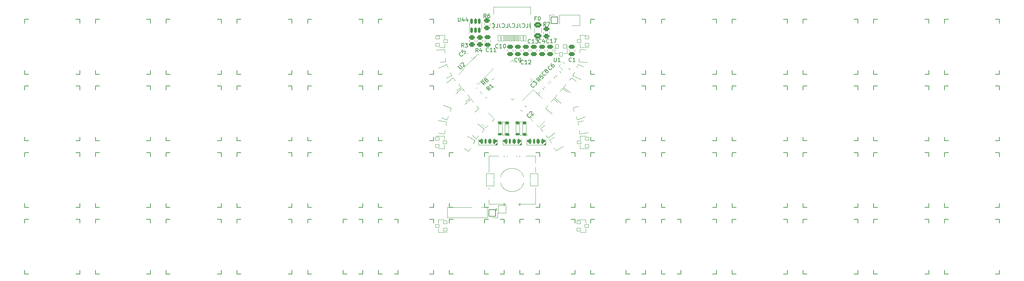
<source format=gto>
G04 #@! TF.GenerationSoftware,KiCad,Pcbnew,(6.0.8)*
G04 #@! TF.CreationDate,2022-10-26T23:44:54+02:00*
G04 #@! TF.ProjectId,RP2040_tmp,52503230-3430-45f7-946d-702e6b696361,2.3*
G04 #@! TF.SameCoordinates,Original*
G04 #@! TF.FileFunction,Legend,Top*
G04 #@! TF.FilePolarity,Positive*
%FSLAX46Y46*%
G04 Gerber Fmt 4.6, Leading zero omitted, Abs format (unit mm)*
G04 Created by KiCad (PCBNEW (6.0.8)) date 2022-10-26 23:44:54*
%MOMM*%
%LPD*%
G01*
G04 APERTURE LIST*
G04 Aperture macros list*
%AMRoundRect*
0 Rectangle with rounded corners*
0 $1 Rounding radius*
0 $2 $3 $4 $5 $6 $7 $8 $9 X,Y pos of 4 corners*
0 Add a 4 corners polygon primitive as box body*
4,1,4,$2,$3,$4,$5,$6,$7,$8,$9,$2,$3,0*
0 Add four circle primitives for the rounded corners*
1,1,$1+$1,$2,$3*
1,1,$1+$1,$4,$5*
1,1,$1+$1,$6,$7*
1,1,$1+$1,$8,$9*
0 Add four rect primitives between the rounded corners*
20,1,$1+$1,$2,$3,$4,$5,0*
20,1,$1+$1,$4,$5,$6,$7,0*
20,1,$1+$1,$6,$7,$8,$9,0*
20,1,$1+$1,$8,$9,$2,$3,0*%
G04 Aperture macros list end*
%ADD10C,0.150000*%
%ADD11C,0.120000*%
%ADD12C,0.800000*%
%ADD13C,4.500000*%
%ADD14C,3.100000*%
%ADD15C,1.801800*%
%ADD16C,3.529000*%
%ADD17C,2.200000*%
%ADD18RoundRect,0.300000X0.475000X-0.250000X0.475000X0.250000X-0.475000X0.250000X-0.475000X-0.250000X0*%
%ADD19RoundRect,0.050000X-0.450000X-0.400000X0.450000X-0.400000X0.450000X0.400000X-0.450000X0.400000X0*%
%ADD20RoundRect,0.050000X-0.087605X-0.595672X0.601835X-0.017163X0.087605X0.595672X-0.601835X0.017163X0*%
%ADD21RoundRect,0.050000X0.373704X0.472065X-0.512623X0.315781X-0.373704X-0.472065X0.512623X-0.315781X0*%
%ADD22RoundRect,0.050000X-0.512623X-0.315781X0.373704X-0.472065X0.512623X0.315781X-0.373704X0.472065X0*%
%ADD23RoundRect,0.300000X-0.512652X-0.159099X-0.159099X-0.512652X0.512652X0.159099X0.159099X0.512652X0*%
%ADD24RoundRect,0.050000X-0.238791X-0.552701X0.576886X-0.172345X0.238791X0.552701X-0.576886X0.172345X0*%
%ADD25RoundRect,0.050000X0.286054X0.529786X-0.559670X0.221968X-0.286054X-0.529786X0.559670X-0.221968X0*%
%ADD26RoundRect,0.050000X-0.601835X-0.017163X0.087605X-0.595672X0.601835X0.017163X-0.087605X0.595672X0*%
%ADD27RoundRect,0.050000X-0.601041X0.035355X0.035355X-0.601041X0.601041X-0.035355X-0.035355X0.601041X0*%
%ADD28RoundRect,0.050000X-0.559670X-0.221968X0.286054X-0.529786X0.559670X0.221968X-0.286054X0.529786X0*%
%ADD29RoundRect,0.300000X0.450000X-0.262500X0.450000X0.262500X-0.450000X0.262500X-0.450000X-0.262500X0*%
%ADD30RoundRect,0.050000X0.850000X-0.850000X0.850000X0.850000X-0.850000X0.850000X-0.850000X-0.850000X0*%
%ADD31O,1.800000X1.800000*%
%ADD32RoundRect,0.050000X0.087605X0.595672X-0.601835X0.017163X-0.087605X-0.595672X0.601835X-0.017163X0*%
%ADD33RoundRect,0.147300X0.360700X-0.145950X0.360700X0.145950X-0.360700X0.145950X-0.360700X-0.145950X0*%
%ADD34RoundRect,0.157300X0.355700X-0.160950X0.355700X0.160950X-0.355700X0.160950X-0.355700X-0.160950X0*%
%ADD35RoundRect,0.159300X0.348700X-0.163950X0.348700X0.163950X-0.348700X0.163950X-0.348700X-0.163950X0*%
%ADD36RoundRect,0.173300X0.337200X-0.184950X0.337200X0.184950X-0.337200X0.184950X-0.337200X-0.184950X0*%
%ADD37RoundRect,0.050000X0.450000X0.400000X-0.450000X0.400000X-0.450000X-0.400000X0.450000X-0.400000X0*%
%ADD38RoundRect,0.300000X-0.159099X0.512652X-0.512652X0.159099X0.159099X-0.512652X0.512652X-0.159099X0*%
%ADD39RoundRect,0.300000X0.132583X-0.503814X0.503814X-0.132583X-0.132583X0.503814X-0.503814X0.132583X0*%
%ADD40RoundRect,0.050000X0.707107X0.000000X0.000000X0.707107X-0.707107X0.000000X0.000000X-0.707107X0*%
%ADD41RoundRect,0.050000X1.000000X-1.000000X1.000000X1.000000X-1.000000X1.000000X-1.000000X-1.000000X0*%
%ADD42C,2.100000*%
%ADD43RoundRect,0.050000X1.000000X-1.600000X1.000000X1.600000X-1.000000X1.600000X-1.000000X-1.600000X0*%
%ADD44RoundRect,0.050000X0.576886X0.172345X-0.238791X0.552701X-0.576886X-0.172345X0.238791X-0.552701X0*%
%ADD45RoundRect,0.187500X-0.137500X-0.462500X0.137500X-0.462500X0.137500X0.462500X-0.137500X0.462500X0*%
%ADD46RoundRect,0.187500X-0.362500X-0.137500X0.362500X-0.137500X0.362500X0.137500X-0.362500X0.137500X0*%
%ADD47RoundRect,0.162500X-0.112500X-0.487500X0.112500X-0.487500X0.112500X0.487500X-0.112500X0.487500X0*%
%ADD48RoundRect,0.225000X-0.175000X-0.425000X0.175000X-0.425000X0.175000X0.425000X-0.175000X0.425000X0*%
%ADD49RoundRect,0.050000X0.035355X0.601041X-0.601041X-0.035355X-0.035355X-0.601041X0.601041X0.035355X0*%
%ADD50RoundRect,0.050000X-0.589711X-0.121410X0.189711X-0.571410X0.589711X0.121410X-0.189711X0.571410X0*%
%ADD51RoundRect,0.100000X-0.238649X-0.309359X0.309359X0.238649X0.238649X0.309359X-0.309359X-0.238649X0*%
%ADD52RoundRect,0.100000X0.238649X-0.309359X0.309359X-0.238649X-0.238649X0.309359X-0.309359X0.238649X0*%
%ADD53RoundRect,0.194000X0.000000X-2.059095X2.059095X0.000000X0.000000X2.059095X-2.059095X0.000000X0*%
%ADD54RoundRect,0.300000X-0.503814X-0.132583X-0.132583X-0.503814X0.503814X0.132583X0.132583X0.503814X0*%
%ADD55RoundRect,0.300000X0.512652X0.159099X0.159099X0.512652X-0.512652X-0.159099X-0.159099X-0.512652X0*%
%ADD56RoundRect,0.050000X0.601835X0.017163X-0.087605X0.595672X-0.601835X-0.017163X0.087605X-0.595672X0*%
%ADD57RoundRect,0.300000X-0.132583X0.503814X-0.503814X0.132583X0.132583X-0.503814X0.503814X-0.132583X0*%
%ADD58RoundRect,0.050000X-0.400000X0.450000X-0.400000X-0.450000X0.400000X-0.450000X0.400000X0.450000X0*%
%ADD59RoundRect,0.200000X0.150000X-0.512500X0.150000X0.512500X-0.150000X0.512500X-0.150000X-0.512500X0*%
%ADD60C,0.750000*%
%ADD61RoundRect,0.050000X0.300000X0.725000X-0.300000X0.725000X-0.300000X-0.725000X0.300000X-0.725000X0*%
%ADD62RoundRect,0.050000X0.150000X0.725000X-0.150000X0.725000X-0.150000X-0.725000X0.150000X-0.725000X0*%
%ADD63O,1.100000X2.200000*%
%ADD64O,1.100000X1.700000*%
%ADD65RoundRect,0.050000X0.483150X0.359258X-0.413425X0.437698X-0.483150X-0.359258X0.413425X-0.437698X0*%
%ADD66RoundRect,0.300000X-0.450000X0.262500X-0.450000X-0.262500X0.450000X-0.262500X0.450000X0.262500X0*%
%ADD67RoundRect,0.050000X0.189711X0.571410X-0.589711X0.121410X-0.189711X-0.571410X0.589711X-0.121410X0*%
%ADD68RoundRect,0.050000X-0.850000X0.850000X-0.850000X-0.850000X0.850000X-0.850000X0.850000X0.850000X0*%
%ADD69RoundRect,0.050000X0.070711X0.919239X-0.919239X-0.070711X-0.070711X-0.919239X0.919239X0.070711X0*%
%ADD70RoundRect,0.200000X-0.353553X-0.565685X0.565685X0.353553X0.353553X0.565685X-0.565685X-0.353553X0*%
%ADD71RoundRect,0.300000X-0.625000X0.375000X-0.625000X-0.375000X0.625000X-0.375000X0.625000X0.375000X0*%
%ADD72RoundRect,0.050000X-0.413425X-0.437698X0.483150X-0.359258X0.413425X0.437698X-0.483150X0.359258X0*%
G04 APERTURE END LIST*
D10*
X152499047Y-73572380D02*
X152499047Y-74286666D01*
X152546666Y-74429523D01*
X152641904Y-74524761D01*
X152784761Y-74572380D01*
X152880000Y-74572380D01*
X151546666Y-74572380D02*
X152022857Y-74572380D01*
X152022857Y-73572380D01*
X150641904Y-74477142D02*
X150689523Y-74524761D01*
X150832380Y-74572380D01*
X150927619Y-74572380D01*
X151070476Y-74524761D01*
X151165714Y-74429523D01*
X151213333Y-74334285D01*
X151260952Y-74143809D01*
X151260952Y-74000952D01*
X151213333Y-73810476D01*
X151165714Y-73715238D01*
X151070476Y-73620000D01*
X150927619Y-73572380D01*
X150832380Y-73572380D01*
X150689523Y-73620000D01*
X150641904Y-73667619D01*
X149927619Y-73572380D02*
X149927619Y-74286666D01*
X149975238Y-74429523D01*
X150070476Y-74524761D01*
X150213333Y-74572380D01*
X150308571Y-74572380D01*
X148975238Y-74572380D02*
X149451428Y-74572380D01*
X149451428Y-73572380D01*
X148070476Y-74477142D02*
X148118095Y-74524761D01*
X148260952Y-74572380D01*
X148356190Y-74572380D01*
X148499047Y-74524761D01*
X148594285Y-74429523D01*
X148641904Y-74334285D01*
X148689523Y-74143809D01*
X148689523Y-74000952D01*
X148641904Y-73810476D01*
X148594285Y-73715238D01*
X148499047Y-73620000D01*
X148356190Y-73572380D01*
X148260952Y-73572380D01*
X148118095Y-73620000D01*
X148070476Y-73667619D01*
X147356190Y-73572380D02*
X147356190Y-74286666D01*
X147403809Y-74429523D01*
X147499047Y-74524761D01*
X147641904Y-74572380D01*
X147737142Y-74572380D01*
X146403809Y-74572380D02*
X146880000Y-74572380D01*
X146880000Y-73572380D01*
X145499047Y-74477142D02*
X145546666Y-74524761D01*
X145689523Y-74572380D01*
X145784761Y-74572380D01*
X145927619Y-74524761D01*
X146022857Y-74429523D01*
X146070476Y-74334285D01*
X146118095Y-74143809D01*
X146118095Y-74000952D01*
X146070476Y-73810476D01*
X146022857Y-73715238D01*
X145927619Y-73620000D01*
X145784761Y-73572380D01*
X145689523Y-73572380D01*
X145546666Y-73620000D01*
X145499047Y-73667619D01*
X144784761Y-73572380D02*
X144784761Y-74286666D01*
X144832380Y-74429523D01*
X144927619Y-74524761D01*
X145070476Y-74572380D01*
X145165714Y-74572380D01*
X143832380Y-74572380D02*
X144308571Y-74572380D01*
X144308571Y-73572380D01*
X142927619Y-74477142D02*
X142975238Y-74524761D01*
X143118095Y-74572380D01*
X143213333Y-74572380D01*
X143356190Y-74524761D01*
X143451428Y-74429523D01*
X143499047Y-74334285D01*
X143546666Y-74143809D01*
X143546666Y-74000952D01*
X143499047Y-73810476D01*
X143451428Y-73715238D01*
X143356190Y-73620000D01*
X143213333Y-73572380D01*
X143118095Y-73572380D01*
X142975238Y-73620000D01*
X142927619Y-73667619D01*
X157367142Y-78417142D02*
X157319523Y-78464761D01*
X157176666Y-78512380D01*
X157081428Y-78512380D01*
X156938571Y-78464761D01*
X156843333Y-78369523D01*
X156795714Y-78274285D01*
X156748095Y-78083809D01*
X156748095Y-77940952D01*
X156795714Y-77750476D01*
X156843333Y-77655238D01*
X156938571Y-77560000D01*
X157081428Y-77512380D01*
X157176666Y-77512380D01*
X157319523Y-77560000D01*
X157367142Y-77607619D01*
X158319523Y-78512380D02*
X157748095Y-78512380D01*
X158033809Y-78512380D02*
X158033809Y-77512380D01*
X157938571Y-77655238D01*
X157843333Y-77750476D01*
X157748095Y-77798095D01*
X158652857Y-77512380D02*
X159319523Y-77512380D01*
X158890952Y-78512380D01*
X163113333Y-83217142D02*
X163065714Y-83264761D01*
X162922857Y-83312380D01*
X162827619Y-83312380D01*
X162684761Y-83264761D01*
X162589523Y-83169523D01*
X162541904Y-83074285D01*
X162494285Y-82883809D01*
X162494285Y-82740952D01*
X162541904Y-82550476D01*
X162589523Y-82455238D01*
X162684761Y-82360000D01*
X162827619Y-82312380D01*
X162922857Y-82312380D01*
X163065714Y-82360000D01*
X163113333Y-82407619D01*
X164065714Y-83312380D02*
X163494285Y-83312380D01*
X163780000Y-83312380D02*
X163780000Y-82312380D01*
X163684761Y-82455238D01*
X163589523Y-82550476D01*
X163494285Y-82598095D01*
X144447142Y-79717142D02*
X144399523Y-79764761D01*
X144256666Y-79812380D01*
X144161428Y-79812380D01*
X144018571Y-79764761D01*
X143923333Y-79669523D01*
X143875714Y-79574285D01*
X143828095Y-79383809D01*
X143828095Y-79240952D01*
X143875714Y-79050476D01*
X143923333Y-78955238D01*
X144018571Y-78860000D01*
X144161428Y-78812380D01*
X144256666Y-78812380D01*
X144399523Y-78860000D01*
X144447142Y-78907619D01*
X145399523Y-79812380D02*
X144828095Y-79812380D01*
X145113809Y-79812380D02*
X145113809Y-78812380D01*
X145018571Y-78955238D01*
X144923333Y-79050476D01*
X144828095Y-79098095D01*
X146018571Y-78812380D02*
X146113809Y-78812380D01*
X146209047Y-78860000D01*
X146256666Y-78907619D01*
X146304285Y-79002857D01*
X146351904Y-79193333D01*
X146351904Y-79431428D01*
X146304285Y-79621904D01*
X146256666Y-79717142D01*
X146209047Y-79764761D01*
X146113809Y-79812380D01*
X146018571Y-79812380D01*
X145923333Y-79764761D01*
X145875714Y-79717142D01*
X145828095Y-79621904D01*
X145780476Y-79431428D01*
X145780476Y-79193333D01*
X145828095Y-79002857D01*
X145875714Y-78907619D01*
X145923333Y-78860000D01*
X146018571Y-78812380D01*
X158114686Y-85020389D02*
X158114686Y-85087732D01*
X158047342Y-85222419D01*
X157979999Y-85289763D01*
X157845311Y-85357106D01*
X157710624Y-85357106D01*
X157609609Y-85323435D01*
X157441250Y-85222419D01*
X157340235Y-85121404D01*
X157239220Y-84953045D01*
X157205548Y-84852030D01*
X157205548Y-84717343D01*
X157272892Y-84582656D01*
X157340235Y-84515312D01*
X157474922Y-84447969D01*
X157542266Y-84447969D01*
X158081014Y-83774534D02*
X157946327Y-83909221D01*
X157912655Y-84010236D01*
X157912655Y-84077580D01*
X157946327Y-84245938D01*
X158047342Y-84414297D01*
X158316716Y-84683671D01*
X158417731Y-84717343D01*
X158485075Y-84717343D01*
X158586090Y-84683671D01*
X158720777Y-84548984D01*
X158754449Y-84447969D01*
X158754449Y-84380625D01*
X158720777Y-84279610D01*
X158552418Y-84111251D01*
X158451403Y-84077580D01*
X158384060Y-84077580D01*
X158283044Y-84111251D01*
X158148357Y-84245938D01*
X158114686Y-84346954D01*
X158114686Y-84414297D01*
X158148357Y-84515312D01*
X153684687Y-89480389D02*
X153684687Y-89547732D01*
X153617343Y-89682419D01*
X153550000Y-89749763D01*
X153415312Y-89817106D01*
X153280625Y-89817106D01*
X153179610Y-89783435D01*
X153011251Y-89682419D01*
X152910236Y-89581404D01*
X152809221Y-89413045D01*
X152775549Y-89312030D01*
X152775549Y-89177343D01*
X152842893Y-89042656D01*
X152910236Y-88975312D01*
X153044923Y-88907969D01*
X153112267Y-88907969D01*
X153280625Y-88604923D02*
X153718358Y-88167190D01*
X153752030Y-88672267D01*
X153853045Y-88571251D01*
X153954061Y-88537580D01*
X154021404Y-88537580D01*
X154122419Y-88571251D01*
X154290778Y-88739610D01*
X154324450Y-88840625D01*
X154324450Y-88907969D01*
X154290778Y-89008984D01*
X154088748Y-89211015D01*
X153987732Y-89244687D01*
X153920389Y-89244687D01*
X156564687Y-86470389D02*
X156564687Y-86537732D01*
X156497343Y-86672419D01*
X156430000Y-86739763D01*
X156295312Y-86807106D01*
X156160625Y-86807106D01*
X156059610Y-86773435D01*
X155891251Y-86672419D01*
X155790236Y-86571404D01*
X155689221Y-86403045D01*
X155655549Y-86302030D01*
X155655549Y-86167343D01*
X155722893Y-86032656D01*
X155790236Y-85965312D01*
X155924923Y-85897969D01*
X155992267Y-85897969D01*
X156632030Y-85729610D02*
X156531015Y-85763282D01*
X156463671Y-85763282D01*
X156362656Y-85729610D01*
X156328984Y-85695938D01*
X156295312Y-85594923D01*
X156295312Y-85527580D01*
X156328984Y-85426564D01*
X156463671Y-85291877D01*
X156564687Y-85258206D01*
X156632030Y-85258206D01*
X156733045Y-85291877D01*
X156766717Y-85325549D01*
X156800389Y-85426564D01*
X156800389Y-85493908D01*
X156766717Y-85594923D01*
X156632030Y-85729610D01*
X156598358Y-85830625D01*
X156598358Y-85897969D01*
X156632030Y-85998984D01*
X156766717Y-86133671D01*
X156867732Y-86167343D01*
X156935076Y-86167343D01*
X157036091Y-86133671D01*
X157170778Y-85998984D01*
X157204450Y-85897969D01*
X157204450Y-85830625D01*
X157170778Y-85729610D01*
X157036091Y-85594923D01*
X156935076Y-85561251D01*
X156867732Y-85561251D01*
X156766717Y-85594923D01*
X141413333Y-72122380D02*
X141080000Y-71646190D01*
X140841904Y-72122380D02*
X140841904Y-71122380D01*
X141222857Y-71122380D01*
X141318095Y-71170000D01*
X141365714Y-71217619D01*
X141413333Y-71312857D01*
X141413333Y-71455714D01*
X141365714Y-71550952D01*
X141318095Y-71598571D01*
X141222857Y-71646190D01*
X140841904Y-71646190D01*
X142270476Y-71122380D02*
X142080000Y-71122380D01*
X141984761Y-71170000D01*
X141937142Y-71217619D01*
X141841904Y-71360476D01*
X141794285Y-71550952D01*
X141794285Y-71931904D01*
X141841904Y-72027142D01*
X141889523Y-72074761D01*
X141984761Y-72122380D01*
X142175238Y-72122380D01*
X142270476Y-72074761D01*
X142318095Y-72027142D01*
X142365714Y-71931904D01*
X142365714Y-71693809D01*
X142318095Y-71598571D01*
X142270476Y-71550952D01*
X142175238Y-71503333D01*
X141984761Y-71503333D01*
X141889523Y-71550952D01*
X141841904Y-71598571D01*
X141794285Y-71693809D01*
X135474687Y-81560389D02*
X135474687Y-81627732D01*
X135407343Y-81762419D01*
X135340000Y-81829763D01*
X135205312Y-81897106D01*
X135070625Y-81897106D01*
X134969610Y-81863435D01*
X134801251Y-81762419D01*
X134700236Y-81661404D01*
X134599221Y-81493045D01*
X134565549Y-81392030D01*
X134565549Y-81257343D01*
X134632893Y-81122656D01*
X134700236Y-81055312D01*
X134834923Y-80987969D01*
X134902267Y-80987969D01*
X135474687Y-80280862D02*
X135137969Y-80617580D01*
X135441015Y-80987969D01*
X135441015Y-80920625D01*
X135474687Y-80819610D01*
X135643045Y-80651251D01*
X135744061Y-80617580D01*
X135811404Y-80617580D01*
X135912419Y-80651251D01*
X136080778Y-80819610D01*
X136114450Y-80920625D01*
X136114450Y-80987969D01*
X136080778Y-81088984D01*
X135912419Y-81257343D01*
X135811404Y-81291015D01*
X135744061Y-81291015D01*
X141342030Y-88847732D02*
X140769610Y-88746717D01*
X140937969Y-89251793D02*
X140230862Y-88544687D01*
X140500236Y-88275312D01*
X140601251Y-88241641D01*
X140668595Y-88241641D01*
X140769610Y-88275312D01*
X140870625Y-88376328D01*
X140904297Y-88477343D01*
X140904297Y-88544687D01*
X140870625Y-88645702D01*
X140601251Y-88915076D01*
X141342030Y-88039610D02*
X141241015Y-88073282D01*
X141173671Y-88073282D01*
X141072656Y-88039610D01*
X141038984Y-88005938D01*
X141005312Y-87904923D01*
X141005312Y-87837580D01*
X141038984Y-87736564D01*
X141173671Y-87601877D01*
X141274687Y-87568206D01*
X141342030Y-87568206D01*
X141443045Y-87601877D01*
X141476717Y-87635549D01*
X141510389Y-87736564D01*
X141510389Y-87803908D01*
X141476717Y-87904923D01*
X141342030Y-88039610D01*
X141308358Y-88140625D01*
X141308358Y-88207969D01*
X141342030Y-88308984D01*
X141476717Y-88443671D01*
X141577732Y-88477343D01*
X141645076Y-88477343D01*
X141746091Y-88443671D01*
X141880778Y-88308984D01*
X141914450Y-88207969D01*
X141914450Y-88140625D01*
X141880778Y-88039610D01*
X141746091Y-87904923D01*
X141645076Y-87871251D01*
X141577732Y-87871251D01*
X141476717Y-87904923D01*
X142027142Y-80657142D02*
X141979523Y-80704761D01*
X141836666Y-80752380D01*
X141741428Y-80752380D01*
X141598571Y-80704761D01*
X141503333Y-80609523D01*
X141455714Y-80514285D01*
X141408095Y-80323809D01*
X141408095Y-80180952D01*
X141455714Y-79990476D01*
X141503333Y-79895238D01*
X141598571Y-79800000D01*
X141741428Y-79752380D01*
X141836666Y-79752380D01*
X141979523Y-79800000D01*
X142027142Y-79847619D01*
X142979523Y-80752380D02*
X142408095Y-80752380D01*
X142693809Y-80752380D02*
X142693809Y-79752380D01*
X142598571Y-79895238D01*
X142503333Y-79990476D01*
X142408095Y-80038095D01*
X143931904Y-80752380D02*
X143360476Y-80752380D01*
X143646190Y-80752380D02*
X143646190Y-79752380D01*
X143550952Y-79895238D01*
X143455714Y-79990476D01*
X143360476Y-80038095D01*
X155352030Y-88007732D02*
X154779610Y-87906717D01*
X154947969Y-88411793D02*
X154240862Y-87704687D01*
X154510236Y-87435312D01*
X154611251Y-87401641D01*
X154678595Y-87401641D01*
X154779610Y-87435312D01*
X154880625Y-87536328D01*
X154914297Y-87637343D01*
X154914297Y-87704687D01*
X154880625Y-87805702D01*
X154611251Y-88075076D01*
X155284687Y-86660862D02*
X154947969Y-86997580D01*
X155251015Y-87367969D01*
X155251015Y-87300625D01*
X155284687Y-87199610D01*
X155453045Y-87031251D01*
X155554061Y-86997580D01*
X155621404Y-86997580D01*
X155722419Y-87031251D01*
X155890778Y-87199610D01*
X155924450Y-87300625D01*
X155924450Y-87367969D01*
X155890778Y-87468984D01*
X155722419Y-87637343D01*
X155621404Y-87671015D01*
X155554061Y-87671015D01*
X152754687Y-97210389D02*
X152754687Y-97277732D01*
X152687343Y-97412419D01*
X152620000Y-97479763D01*
X152485312Y-97547106D01*
X152350625Y-97547106D01*
X152249610Y-97513435D01*
X152081251Y-97412419D01*
X151980236Y-97311404D01*
X151879221Y-97143045D01*
X151845549Y-97042030D01*
X151845549Y-96907343D01*
X151912893Y-96772656D01*
X151980236Y-96705312D01*
X152114923Y-96637969D01*
X152182267Y-96637969D01*
X152451641Y-96368595D02*
X152451641Y-96301251D01*
X152485312Y-96200236D01*
X152653671Y-96031877D01*
X152754687Y-95998206D01*
X152822030Y-95998206D01*
X152923045Y-96031877D01*
X152990389Y-96099221D01*
X153057732Y-96233908D01*
X153057732Y-97042030D01*
X153495465Y-96604297D01*
X155363333Y-78427142D02*
X155315714Y-78474761D01*
X155172857Y-78522380D01*
X155077619Y-78522380D01*
X154934761Y-78474761D01*
X154839523Y-78379523D01*
X154791904Y-78284285D01*
X154744285Y-78093809D01*
X154744285Y-77950952D01*
X154791904Y-77760476D01*
X154839523Y-77665238D01*
X154934761Y-77570000D01*
X155077619Y-77522380D01*
X155172857Y-77522380D01*
X155315714Y-77570000D01*
X155363333Y-77617619D01*
X156220476Y-77855714D02*
X156220476Y-78522380D01*
X155982380Y-77474761D02*
X155744285Y-78189047D01*
X156363333Y-78189047D01*
X142592029Y-90307732D02*
X142019609Y-90206717D01*
X142187968Y-90711793D02*
X141480861Y-90004687D01*
X141750235Y-89735312D01*
X141851250Y-89701641D01*
X141918594Y-89701641D01*
X142019609Y-89735312D01*
X142120624Y-89836328D01*
X142154296Y-89937343D01*
X142154296Y-90004687D01*
X142120624Y-90105702D01*
X141851250Y-90375076D01*
X143265464Y-89634297D02*
X142861403Y-90038358D01*
X143063434Y-89836328D02*
X142356327Y-89129221D01*
X142389999Y-89297580D01*
X142389999Y-89432267D01*
X142356327Y-89533282D01*
X158698095Y-82302380D02*
X158698095Y-83111904D01*
X158745714Y-83207142D01*
X158793333Y-83254761D01*
X158888571Y-83302380D01*
X159079047Y-83302380D01*
X159174285Y-83254761D01*
X159221904Y-83207142D01*
X159269523Y-83111904D01*
X159269523Y-82302380D01*
X160269523Y-83302380D02*
X159698095Y-83302380D01*
X159983809Y-83302380D02*
X159983809Y-82302380D01*
X159888571Y-82445238D01*
X159793333Y-82540476D01*
X159698095Y-82588095D01*
X134271904Y-72072380D02*
X134271904Y-72881904D01*
X134319523Y-72977142D01*
X134367142Y-73024761D01*
X134462380Y-73072380D01*
X134652857Y-73072380D01*
X134748095Y-73024761D01*
X134795714Y-72977142D01*
X134843333Y-72881904D01*
X134843333Y-72072380D01*
X135748095Y-72405714D02*
X135748095Y-73072380D01*
X135510000Y-72024761D02*
X135271904Y-72739047D01*
X135890952Y-72739047D01*
X136700476Y-72405714D02*
X136700476Y-73072380D01*
X136462380Y-72024761D02*
X136224285Y-72739047D01*
X136843333Y-72739047D01*
X152677142Y-78497142D02*
X152629523Y-78544761D01*
X152486666Y-78592380D01*
X152391428Y-78592380D01*
X152248571Y-78544761D01*
X152153333Y-78449523D01*
X152105714Y-78354285D01*
X152058095Y-78163809D01*
X152058095Y-78020952D01*
X152105714Y-77830476D01*
X152153333Y-77735238D01*
X152248571Y-77640000D01*
X152391428Y-77592380D01*
X152486666Y-77592380D01*
X152629523Y-77640000D01*
X152677142Y-77687619D01*
X153629523Y-78592380D02*
X153058095Y-78592380D01*
X153343809Y-78592380D02*
X153343809Y-77592380D01*
X153248571Y-77735238D01*
X153153333Y-77830476D01*
X153058095Y-77878095D01*
X153962857Y-77592380D02*
X154581904Y-77592380D01*
X154248571Y-77973333D01*
X154391428Y-77973333D01*
X154486666Y-78020952D01*
X154534285Y-78068571D01*
X154581904Y-78163809D01*
X154581904Y-78401904D01*
X154534285Y-78497142D01*
X154486666Y-78544761D01*
X154391428Y-78592380D01*
X154105714Y-78592380D01*
X154010476Y-78544761D01*
X153962857Y-78497142D01*
X149283333Y-83267142D02*
X149235714Y-83314761D01*
X149092857Y-83362380D01*
X148997619Y-83362380D01*
X148854761Y-83314761D01*
X148759523Y-83219523D01*
X148711904Y-83124285D01*
X148664285Y-82933809D01*
X148664285Y-82790952D01*
X148711904Y-82600476D01*
X148759523Y-82505238D01*
X148854761Y-82410000D01*
X148997619Y-82362380D01*
X149092857Y-82362380D01*
X149235714Y-82410000D01*
X149283333Y-82457619D01*
X149759523Y-83362380D02*
X149950000Y-83362380D01*
X150045238Y-83314761D01*
X150092857Y-83267142D01*
X150188095Y-83124285D01*
X150235714Y-82933809D01*
X150235714Y-82552857D01*
X150188095Y-82457619D01*
X150140476Y-82410000D01*
X150045238Y-82362380D01*
X149854761Y-82362380D01*
X149759523Y-82410000D01*
X149711904Y-82457619D01*
X149664285Y-82552857D01*
X149664285Y-82790952D01*
X149711904Y-82886190D01*
X149759523Y-82933809D01*
X149854761Y-82981428D01*
X150045238Y-82981428D01*
X150140476Y-82933809D01*
X150188095Y-82886190D01*
X150235714Y-82790952D01*
X156603333Y-74222380D02*
X156270000Y-73746190D01*
X156031904Y-74222380D02*
X156031904Y-73222380D01*
X156412857Y-73222380D01*
X156508095Y-73270000D01*
X156555714Y-73317619D01*
X156603333Y-73412857D01*
X156603333Y-73555714D01*
X156555714Y-73650952D01*
X156508095Y-73698571D01*
X156412857Y-73746190D01*
X156031904Y-73746190D01*
X156936666Y-73222380D02*
X157603333Y-73222380D01*
X157174761Y-74222380D01*
X135713333Y-79622380D02*
X135380000Y-79146190D01*
X135141904Y-79622380D02*
X135141904Y-78622380D01*
X135522857Y-78622380D01*
X135618095Y-78670000D01*
X135665714Y-78717619D01*
X135713333Y-78812857D01*
X135713333Y-78955714D01*
X135665714Y-79050952D01*
X135618095Y-79098571D01*
X135522857Y-79146190D01*
X135141904Y-79146190D01*
X136046666Y-78622380D02*
X136665714Y-78622380D01*
X136332380Y-79003333D01*
X136475238Y-79003333D01*
X136570476Y-79050952D01*
X136618095Y-79098571D01*
X136665714Y-79193809D01*
X136665714Y-79431904D01*
X136618095Y-79527142D01*
X136570476Y-79574761D01*
X136475238Y-79622380D01*
X136189523Y-79622380D01*
X136094285Y-79574761D01*
X136046666Y-79527142D01*
X150877142Y-83837142D02*
X150829523Y-83884761D01*
X150686666Y-83932380D01*
X150591428Y-83932380D01*
X150448571Y-83884761D01*
X150353333Y-83789523D01*
X150305714Y-83694285D01*
X150258095Y-83503809D01*
X150258095Y-83360952D01*
X150305714Y-83170476D01*
X150353333Y-83075238D01*
X150448571Y-82980000D01*
X150591428Y-82932380D01*
X150686666Y-82932380D01*
X150829523Y-82980000D01*
X150877142Y-83027619D01*
X151829523Y-83932380D02*
X151258095Y-83932380D01*
X151543809Y-83932380D02*
X151543809Y-82932380D01*
X151448571Y-83075238D01*
X151353333Y-83170476D01*
X151258095Y-83218095D01*
X152210476Y-83027619D02*
X152258095Y-82980000D01*
X152353333Y-82932380D01*
X152591428Y-82932380D01*
X152686666Y-82980000D01*
X152734285Y-83027619D01*
X152781904Y-83122857D01*
X152781904Y-83218095D01*
X152734285Y-83360952D01*
X152162857Y-83932380D01*
X152781904Y-83932380D01*
X134244026Y-84541522D02*
X134816446Y-85113942D01*
X134917461Y-85147614D01*
X134984805Y-85147614D01*
X135085820Y-85113942D01*
X135220507Y-84979255D01*
X135254179Y-84878240D01*
X135254179Y-84810896D01*
X135220507Y-84709881D01*
X134648087Y-84137461D01*
X135018477Y-83901759D02*
X135018477Y-83834416D01*
X135052148Y-83733400D01*
X135220507Y-83565042D01*
X135321522Y-83531370D01*
X135388866Y-83531370D01*
X135489881Y-83565042D01*
X135557225Y-83632385D01*
X135624568Y-83767072D01*
X135624568Y-84575194D01*
X136062301Y-84137461D01*
X139383333Y-80892380D02*
X139050000Y-80416190D01*
X138811904Y-80892380D02*
X138811904Y-79892380D01*
X139192857Y-79892380D01*
X139288095Y-79940000D01*
X139335714Y-79987619D01*
X139383333Y-80082857D01*
X139383333Y-80225714D01*
X139335714Y-80320952D01*
X139288095Y-80368571D01*
X139192857Y-80416190D01*
X138811904Y-80416190D01*
X140240476Y-80225714D02*
X140240476Y-80892380D01*
X140002380Y-79844761D02*
X139764285Y-80559047D01*
X140383333Y-80559047D01*
X154136666Y-72248571D02*
X153803333Y-72248571D01*
X153803333Y-72772380D02*
X153803333Y-71772380D01*
X154279523Y-71772380D01*
X154850952Y-71772380D02*
X154946190Y-71772380D01*
X155041428Y-71820000D01*
X155089047Y-71867619D01*
X155136666Y-71962857D01*
X155184285Y-72153333D01*
X155184285Y-72391428D01*
X155136666Y-72581904D01*
X155089047Y-72677142D01*
X155041428Y-72724761D01*
X154946190Y-72772380D01*
X154850952Y-72772380D01*
X154755714Y-72724761D01*
X154708095Y-72677142D01*
X154660476Y-72581904D01*
X154612857Y-72391428D01*
X154612857Y-72153333D01*
X154660476Y-71962857D01*
X154708095Y-71867619D01*
X154755714Y-71820000D01*
X154850952Y-71772380D01*
X42000000Y-137500000D02*
X42000000Y-136500000D01*
X43000000Y-123500000D02*
X42000000Y-123500000D01*
X56000000Y-136500000D02*
X56000000Y-137500000D01*
X42000000Y-137500000D02*
X43000000Y-137500000D01*
X42000000Y-124500000D02*
X42000000Y-123500000D01*
X56000000Y-123500000D02*
X55000000Y-123500000D01*
X55000000Y-137500000D02*
X56000000Y-137500000D01*
X56000000Y-123500000D02*
X56000000Y-124500000D01*
X132000000Y-137500000D02*
X132000000Y-136500000D01*
X146000000Y-123500000D02*
X145000000Y-123500000D01*
X133000000Y-123500000D02*
X132000000Y-123500000D01*
X132000000Y-124500000D02*
X132000000Y-123500000D01*
X132000000Y-137500000D02*
X133000000Y-137500000D01*
X145000000Y-137500000D02*
X146000000Y-137500000D01*
X146000000Y-123500000D02*
X146000000Y-124500000D01*
X146000000Y-136500000D02*
X146000000Y-137500000D01*
D11*
X158375000Y-80691252D02*
X158375000Y-80168748D01*
X156905000Y-80691252D02*
X156905000Y-80168748D01*
X130820000Y-76510000D02*
X128660000Y-76510000D01*
X130820000Y-79670000D02*
X130820000Y-78740000D01*
X130820000Y-79670000D02*
X129360000Y-79670000D01*
X130820000Y-76510000D02*
X130820000Y-77440000D01*
D10*
X217000000Y-103500000D02*
X218000000Y-103500000D01*
X218000000Y-89500000D02*
X217000000Y-89500000D01*
X204000000Y-90500000D02*
X204000000Y-89500000D01*
X218000000Y-102500000D02*
X218000000Y-103500000D01*
X218000000Y-89500000D02*
X218000000Y-90500000D01*
X205000000Y-89500000D02*
X204000000Y-89500000D01*
X204000000Y-103500000D02*
X205000000Y-103500000D01*
X204000000Y-103500000D02*
X204000000Y-102500000D01*
D11*
X162475000Y-80691252D02*
X162475000Y-80168748D01*
X163945000Y-80691252D02*
X163945000Y-80168748D01*
X139577798Y-95261832D02*
X138980006Y-94549410D01*
X137546589Y-92841131D02*
X138144382Y-93553553D01*
X139577798Y-95261832D02*
X138459373Y-96200302D01*
X137546589Y-92841131D02*
X135891933Y-94229552D01*
X164697182Y-98635976D02*
X164858675Y-99551848D01*
X164697182Y-98635976D02*
X166135001Y-98382450D01*
X165245910Y-101747969D02*
X167373095Y-101372889D01*
X165245910Y-101747969D02*
X165084417Y-100832098D01*
D10*
X114000000Y-137500000D02*
X114000000Y-136500000D01*
X128000000Y-123500000D02*
X127000000Y-123500000D01*
X114000000Y-124500000D02*
X114000000Y-123500000D01*
X128000000Y-136500000D02*
X128000000Y-137500000D01*
X127000000Y-137500000D02*
X128000000Y-137500000D01*
X128000000Y-123500000D02*
X128000000Y-124500000D01*
X115000000Y-123500000D02*
X114000000Y-123500000D01*
X114000000Y-137500000D02*
X115000000Y-137500000D01*
X145000000Y-120500000D02*
X146000000Y-120500000D01*
X132000000Y-120500000D02*
X133000000Y-120500000D01*
X132000000Y-120500000D02*
X132000000Y-119500000D01*
X146000000Y-106500000D02*
X146000000Y-107500000D01*
X146000000Y-106500000D02*
X145000000Y-106500000D01*
X133000000Y-106500000D02*
X132000000Y-106500000D01*
X146000000Y-119500000D02*
X146000000Y-120500000D01*
X132000000Y-107500000D02*
X132000000Y-106500000D01*
D11*
X146745000Y-80691252D02*
X146745000Y-80168748D01*
X148215000Y-80691252D02*
X148215000Y-80168748D01*
X131297818Y-98650976D02*
X131136325Y-99566848D01*
X130749090Y-101762969D02*
X130910583Y-100847098D01*
X131297818Y-98650976D02*
X129170633Y-98275896D01*
X130749090Y-101762969D02*
X129311270Y-101509443D01*
X160014990Y-85715543D02*
X160384457Y-86085010D01*
X158975543Y-86754990D02*
X159345010Y-87124457D01*
X131311057Y-83986844D02*
X129353432Y-84899699D01*
X131311057Y-83986844D02*
X131704092Y-84829710D01*
X132646531Y-86850776D02*
X132253496Y-86007910D01*
X132646531Y-86850776D02*
X131323321Y-87467799D01*
X155684990Y-90045543D02*
X156054457Y-90415010D01*
X154645543Y-91084990D02*
X155015010Y-91454457D01*
D10*
X182000000Y-119500000D02*
X182000000Y-120500000D01*
X169000000Y-106500000D02*
X168000000Y-106500000D01*
X181000000Y-120500000D02*
X182000000Y-120500000D01*
X168000000Y-120500000D02*
X168000000Y-119500000D01*
X182000000Y-106500000D02*
X182000000Y-107500000D01*
X168000000Y-120500000D02*
X169000000Y-120500000D01*
X182000000Y-106500000D02*
X181000000Y-106500000D01*
X168000000Y-107500000D02*
X168000000Y-106500000D01*
D11*
X164556225Y-98094650D02*
X164238147Y-97220736D01*
X163475442Y-95125221D02*
X163793521Y-95999135D01*
X163475442Y-95125221D02*
X164847393Y-94625872D01*
X164556225Y-98094650D02*
X166585961Y-97355886D01*
X140897798Y-100528168D02*
X140300006Y-101240590D01*
X138866589Y-102948869D02*
X137748164Y-102010399D01*
X140897798Y-100528168D02*
X139243142Y-99139747D01*
X138866589Y-102948869D02*
X139464382Y-102236447D01*
X143479630Y-97920172D02*
X142822021Y-98577782D01*
X143479630Y-97920172D02*
X141952279Y-96392822D01*
X141245172Y-100154630D02*
X140212797Y-99122254D01*
X141245172Y-100154630D02*
X141902782Y-99497021D01*
X166735000Y-126805000D02*
X165275000Y-126805000D01*
X166735000Y-126805000D02*
X166735000Y-125875000D01*
X166735000Y-123645000D02*
X164575000Y-123645000D01*
X166735000Y-123645000D02*
X166735000Y-124575000D01*
X131434082Y-98112630D02*
X131752160Y-97238716D01*
X132514865Y-95143201D02*
X132196786Y-96017115D01*
X132514865Y-95143201D02*
X130485129Y-94404437D01*
X131434082Y-98112630D02*
X130062130Y-97613280D01*
D10*
X73000000Y-103500000D02*
X74000000Y-103500000D01*
X74000000Y-89500000D02*
X73000000Y-89500000D01*
X74000000Y-102500000D02*
X74000000Y-103500000D01*
X60000000Y-90500000D02*
X60000000Y-89500000D01*
X60000000Y-103500000D02*
X61000000Y-103500000D01*
X74000000Y-89500000D02*
X74000000Y-90500000D01*
X61000000Y-89500000D02*
X60000000Y-89500000D01*
X60000000Y-103500000D02*
X60000000Y-102500000D01*
D11*
X135276589Y-90111131D02*
X135874382Y-90823553D01*
X137307798Y-92531832D02*
X136710006Y-91819410D01*
X135276589Y-90111131D02*
X133621933Y-91499552D01*
X137307798Y-92531832D02*
X136189373Y-93470302D01*
D10*
X60000000Y-120500000D02*
X61000000Y-120500000D01*
X74000000Y-106500000D02*
X73000000Y-106500000D01*
X60000000Y-120500000D02*
X60000000Y-119500000D01*
X73000000Y-120500000D02*
X74000000Y-120500000D01*
X74000000Y-119500000D02*
X74000000Y-120500000D01*
X74000000Y-106500000D02*
X74000000Y-107500000D01*
X60000000Y-107500000D02*
X60000000Y-106500000D01*
X61000000Y-106500000D02*
X60000000Y-106500000D01*
X205000000Y-106500000D02*
X204000000Y-106500000D01*
X204000000Y-120500000D02*
X205000000Y-120500000D01*
X218000000Y-106500000D02*
X218000000Y-107500000D01*
X204000000Y-120500000D02*
X204000000Y-119500000D01*
X218000000Y-106500000D02*
X217000000Y-106500000D01*
X204000000Y-107500000D02*
X204000000Y-106500000D01*
X217000000Y-120500000D02*
X218000000Y-120500000D01*
X218000000Y-119500000D02*
X218000000Y-120500000D01*
X128000000Y-85500000D02*
X128000000Y-86500000D01*
X115000000Y-72500000D02*
X114000000Y-72500000D01*
X114000000Y-86500000D02*
X115000000Y-86500000D01*
X114000000Y-86500000D02*
X114000000Y-85500000D01*
X114000000Y-73500000D02*
X114000000Y-72500000D01*
X128000000Y-72500000D02*
X127000000Y-72500000D01*
X128000000Y-72500000D02*
X128000000Y-73500000D01*
X127000000Y-86500000D02*
X128000000Y-86500000D01*
X181000000Y-103500000D02*
X182000000Y-103500000D01*
X182000000Y-89500000D02*
X182000000Y-90500000D01*
X168000000Y-103500000D02*
X169000000Y-103500000D01*
X182000000Y-89500000D02*
X181000000Y-89500000D01*
X168000000Y-90500000D02*
X168000000Y-89500000D01*
X168000000Y-103500000D02*
X168000000Y-102500000D01*
X169000000Y-89500000D02*
X168000000Y-89500000D01*
X182000000Y-102500000D02*
X182000000Y-103500000D01*
D11*
X158574990Y-87145543D02*
X158944457Y-87515010D01*
X157535543Y-88184990D02*
X157905010Y-88554457D01*
X142345000Y-73977064D02*
X142345000Y-73522936D01*
X140875000Y-73977064D02*
X140875000Y-73522936D01*
D10*
X128000000Y-89500000D02*
X128000000Y-90500000D01*
X114000000Y-90500000D02*
X114000000Y-89500000D01*
X114000000Y-103500000D02*
X114000000Y-102500000D01*
X128000000Y-89500000D02*
X127000000Y-89500000D01*
X115000000Y-89500000D02*
X114000000Y-89500000D01*
X114000000Y-103500000D02*
X115000000Y-103500000D01*
X128000000Y-102500000D02*
X128000000Y-103500000D01*
X127000000Y-103500000D02*
X128000000Y-103500000D01*
X154990000Y-123500000D02*
X153990000Y-123500000D01*
X141990000Y-123500000D02*
X140990000Y-123500000D01*
X153990000Y-137500000D02*
X154990000Y-137500000D01*
X154990000Y-136500000D02*
X154990000Y-137500000D01*
X140990000Y-137500000D02*
X140990000Y-136500000D01*
X140990000Y-124500000D02*
X140990000Y-123500000D01*
X154990000Y-123500000D02*
X154990000Y-124500000D01*
X140990000Y-137500000D02*
X141990000Y-137500000D01*
D11*
X165220000Y-74080000D02*
X165220000Y-71420000D01*
X157480000Y-71420000D02*
X158810000Y-71420000D01*
X160080000Y-74080000D02*
X160080000Y-71420000D01*
X157480000Y-72750000D02*
X157480000Y-71420000D01*
X160080000Y-71420000D02*
X165220000Y-71420000D01*
X160080000Y-74080000D02*
X165220000Y-74080000D01*
X155177202Y-100403168D02*
X156295627Y-99464698D01*
X155177202Y-100403168D02*
X155774994Y-101115590D01*
X157208411Y-102823869D02*
X158863067Y-101435448D01*
X157208411Y-102823869D02*
X156610618Y-102111447D01*
D10*
X55000000Y-86500000D02*
X56000000Y-86500000D01*
X42000000Y-86500000D02*
X42000000Y-85500000D01*
X56000000Y-72500000D02*
X55000000Y-72500000D01*
X42000000Y-73500000D02*
X42000000Y-72500000D01*
X43000000Y-72500000D02*
X42000000Y-72500000D01*
X56000000Y-72500000D02*
X56000000Y-73500000D01*
X56000000Y-85500000D02*
X56000000Y-86500000D01*
X42000000Y-86500000D02*
X43000000Y-86500000D01*
X271000000Y-137500000D02*
X272000000Y-137500000D01*
X258000000Y-124500000D02*
X258000000Y-123500000D01*
X259000000Y-123500000D02*
X258000000Y-123500000D01*
X272000000Y-123500000D02*
X271000000Y-123500000D01*
X258000000Y-137500000D02*
X258000000Y-136500000D01*
X258000000Y-137500000D02*
X259000000Y-137500000D01*
X272000000Y-123500000D02*
X272000000Y-124500000D01*
X272000000Y-136500000D02*
X272000000Y-137500000D01*
D11*
X135017798Y-89811832D02*
X134420006Y-89099410D01*
X135017798Y-89811832D02*
X133899373Y-90750302D01*
X132986589Y-87391131D02*
X133584382Y-88103553D01*
X132986589Y-87391131D02*
X131331933Y-88779552D01*
D10*
X240000000Y-137500000D02*
X240000000Y-136500000D01*
X253000000Y-137500000D02*
X254000000Y-137500000D01*
X254000000Y-123500000D02*
X253000000Y-123500000D01*
X240000000Y-137500000D02*
X241000000Y-137500000D01*
X254000000Y-136500000D02*
X254000000Y-137500000D01*
X240000000Y-124500000D02*
X240000000Y-123500000D01*
X241000000Y-123500000D02*
X240000000Y-123500000D01*
X254000000Y-123500000D02*
X254000000Y-124500000D01*
D11*
X150650000Y-102047500D02*
X150650000Y-98657500D01*
X151580000Y-100377500D02*
X151580000Y-99277500D01*
X148850000Y-98517500D02*
X149280000Y-98517500D01*
X148980000Y-101537500D02*
X149910000Y-101537500D01*
X151580000Y-101507500D02*
X150650000Y-101507500D01*
X148980000Y-101537500D02*
X148980000Y-99207500D01*
X151580000Y-100377500D02*
X151580000Y-101507500D01*
X149920000Y-102047500D02*
X150650000Y-102047500D01*
X151720000Y-102182500D02*
X151290000Y-102182500D01*
X151720000Y-102182500D02*
X151720000Y-101752500D01*
X151580000Y-99277500D02*
X150650000Y-99277500D01*
X149910000Y-98657500D02*
X149910000Y-102047500D01*
X150650000Y-98657500D02*
X149910000Y-98657500D01*
X148980000Y-99207500D02*
X149910000Y-99207500D01*
X148850000Y-98517500D02*
X148850000Y-98947500D01*
D10*
X118010000Y-137500000D02*
X119010000Y-137500000D01*
X105010000Y-137500000D02*
X106010000Y-137500000D01*
X106010000Y-123500000D02*
X105010000Y-123500000D01*
X105010000Y-124500000D02*
X105010000Y-123500000D01*
X119010000Y-136500000D02*
X119010000Y-137500000D01*
X105010000Y-137500000D02*
X105010000Y-136500000D01*
X119010000Y-123500000D02*
X119010000Y-124500000D01*
X119010000Y-123500000D02*
X118010000Y-123500000D01*
X241000000Y-106500000D02*
X240000000Y-106500000D01*
X240000000Y-120500000D02*
X240000000Y-119500000D01*
X254000000Y-106500000D02*
X253000000Y-106500000D01*
X254000000Y-106500000D02*
X254000000Y-107500000D01*
X240000000Y-107500000D02*
X240000000Y-106500000D01*
X253000000Y-120500000D02*
X254000000Y-120500000D01*
X240000000Y-120500000D02*
X241000000Y-120500000D01*
X254000000Y-119500000D02*
X254000000Y-120500000D01*
D11*
X165290000Y-102310000D02*
X165290000Y-103240000D01*
X165290000Y-102310000D02*
X166750000Y-102310000D01*
X165290000Y-105470000D02*
X167450000Y-105470000D01*
X165290000Y-105470000D02*
X165290000Y-104540000D01*
X129240000Y-126805000D02*
X131400000Y-126805000D01*
X129240000Y-126805000D02*
X129240000Y-125875000D01*
X129240000Y-123645000D02*
X129240000Y-124575000D01*
X129240000Y-123645000D02*
X130700000Y-123645000D01*
D10*
X92000000Y-123500000D02*
X92000000Y-124500000D01*
X78000000Y-137500000D02*
X78000000Y-136500000D01*
X78000000Y-137500000D02*
X79000000Y-137500000D01*
X91000000Y-137500000D02*
X92000000Y-137500000D01*
X78000000Y-124500000D02*
X78000000Y-123500000D01*
X79000000Y-123500000D02*
X78000000Y-123500000D01*
X92000000Y-136500000D02*
X92000000Y-137500000D01*
X92000000Y-123500000D02*
X91000000Y-123500000D01*
D11*
X136855010Y-80995543D02*
X136485543Y-81365010D01*
X137894457Y-82034990D02*
X137524990Y-82404457D01*
D10*
X182000000Y-123500000D02*
X182000000Y-124500000D01*
X168000000Y-124500000D02*
X168000000Y-123500000D01*
X169000000Y-123500000D02*
X168000000Y-123500000D01*
X182000000Y-136500000D02*
X182000000Y-137500000D01*
X168000000Y-137500000D02*
X169000000Y-137500000D01*
X181000000Y-137500000D02*
X182000000Y-137500000D01*
X182000000Y-123500000D02*
X181000000Y-123500000D01*
X168000000Y-137500000D02*
X168000000Y-136500000D01*
D11*
X140169718Y-91610835D02*
X140490835Y-91289718D01*
X141209165Y-92650282D02*
X141530282Y-92329165D01*
X161284038Y-83821160D02*
X160880987Y-83418109D01*
X160792599Y-85387401D02*
X159852147Y-84446949D01*
X159852147Y-84446949D02*
X160389548Y-83909548D01*
X162677038Y-85383866D02*
X162761891Y-85299013D01*
X162761891Y-85299013D02*
X162358840Y-84895962D01*
X160796134Y-83502962D02*
X160880987Y-83418109D01*
X144210000Y-121000000D02*
X143910000Y-121300000D01*
X146710000Y-107400000D02*
X149310000Y-107400000D01*
X143910000Y-121300000D02*
X143910000Y-120700000D01*
X142110000Y-115500000D02*
X142110000Y-119600000D01*
X142110000Y-111500000D02*
X142110000Y-107400000D01*
X151510000Y-107400000D02*
X153910000Y-107400000D01*
X153910000Y-115500000D02*
X153910000Y-119600000D01*
X153910000Y-107400000D02*
X153910000Y-111500000D01*
X143910000Y-120700000D02*
X144210000Y-121000000D01*
X147510000Y-113500000D02*
X148510000Y-113500000D01*
X148010000Y-114000000D02*
X148010000Y-113000000D01*
X142110000Y-107400000D02*
X144510000Y-107400000D01*
X142110000Y-119600000D02*
X153910000Y-119600000D01*
X151010000Y-113500000D02*
G75*
G03*
X151010000Y-113500000I-3000000J0D01*
G01*
D10*
X24000000Y-73500000D02*
X24000000Y-72500000D01*
X38000000Y-72500000D02*
X38000000Y-73500000D01*
X37000000Y-86500000D02*
X38000000Y-86500000D01*
X38000000Y-72500000D02*
X37000000Y-72500000D01*
X25000000Y-72500000D02*
X24000000Y-72500000D01*
X24000000Y-86500000D02*
X24000000Y-85500000D01*
X38000000Y-85500000D02*
X38000000Y-86500000D01*
X24000000Y-86500000D02*
X25000000Y-86500000D01*
X182000000Y-72500000D02*
X181000000Y-72500000D01*
X181000000Y-86500000D02*
X182000000Y-86500000D01*
X182000000Y-85500000D02*
X182000000Y-86500000D01*
X168000000Y-73500000D02*
X168000000Y-72500000D01*
X169000000Y-72500000D02*
X168000000Y-72500000D01*
X168000000Y-86500000D02*
X168000000Y-85500000D01*
X168000000Y-86500000D02*
X169000000Y-86500000D01*
X182000000Y-72500000D02*
X182000000Y-73500000D01*
D11*
X164808943Y-83986844D02*
X166132152Y-84603866D01*
X164808943Y-83986844D02*
X164415908Y-84829710D01*
X163473469Y-86850776D02*
X165431094Y-87763632D01*
X163473469Y-86850776D02*
X163866504Y-86007910D01*
D10*
X223000000Y-72500000D02*
X222000000Y-72500000D01*
X235000000Y-86500000D02*
X236000000Y-86500000D01*
X222000000Y-73500000D02*
X222000000Y-72500000D01*
X236000000Y-72500000D02*
X236000000Y-73500000D01*
X236000000Y-72500000D02*
X235000000Y-72500000D01*
X236000000Y-85500000D02*
X236000000Y-86500000D01*
X222000000Y-86500000D02*
X222000000Y-85500000D01*
X222000000Y-86500000D02*
X223000000Y-86500000D01*
D11*
X141045000Y-78291252D02*
X141045000Y-77768748D01*
X142515000Y-78291252D02*
X142515000Y-77768748D01*
X156541025Y-104591442D02*
X156541025Y-103091442D01*
X151788975Y-103103558D02*
X151788975Y-104603558D01*
X156541025Y-104603436D02*
X151788975Y-104603558D01*
G36*
X156541025Y-104603436D02*
G01*
X155956025Y-104603436D01*
X156541025Y-103983436D01*
X156541025Y-104603436D01*
G37*
X156541025Y-104603436D02*
X155956025Y-104603436D01*
X156541025Y-103983436D01*
X156541025Y-104603436D01*
X152595370Y-97790172D02*
X153252979Y-98447782D01*
X154829828Y-100024630D02*
X154172218Y-99367021D01*
X154829828Y-100024630D02*
X156357178Y-98497279D01*
X152595370Y-97790172D02*
X153627746Y-96757797D01*
X136968179Y-106148320D02*
X135703782Y-105418320D01*
X138548179Y-103411680D02*
X138083179Y-104217083D01*
X138548179Y-103411680D02*
X136677564Y-102331680D01*
X136968179Y-106148320D02*
X137433179Y-105342917D01*
X165300000Y-76510000D02*
X166760000Y-76510000D01*
X165300000Y-76510000D02*
X165300000Y-77440000D01*
X165300000Y-79670000D02*
X167460000Y-79670000D01*
X165300000Y-79670000D02*
X165300000Y-78740000D01*
X143354308Y-87550381D02*
X142894689Y-88010000D01*
X147540381Y-83364308D02*
X148000000Y-82904689D01*
X148000000Y-93115311D02*
X147540381Y-92655692D01*
X148000000Y-82904689D02*
X148459619Y-83364308D01*
X153105311Y-88010000D02*
X152645692Y-87550381D01*
X148459619Y-92655692D02*
X148000000Y-93115311D01*
X152645692Y-88469619D02*
X153105311Y-88010000D01*
X156079718Y-89669165D02*
X156400835Y-89990282D01*
X157119165Y-88629718D02*
X157440282Y-88950835D01*
D10*
X24000000Y-124500000D02*
X24000000Y-123500000D01*
X24000000Y-137500000D02*
X25000000Y-137500000D01*
X38000000Y-123500000D02*
X37000000Y-123500000D01*
X24000000Y-137500000D02*
X24000000Y-136500000D01*
X38000000Y-123500000D02*
X38000000Y-124500000D01*
X25000000Y-123500000D02*
X24000000Y-123500000D01*
X38000000Y-136500000D02*
X38000000Y-137500000D01*
X37000000Y-137500000D02*
X38000000Y-137500000D01*
X187000000Y-72500000D02*
X186000000Y-72500000D01*
X186000000Y-86500000D02*
X186000000Y-85500000D01*
X199000000Y-86500000D02*
X200000000Y-86500000D01*
X200000000Y-72500000D02*
X200000000Y-73500000D01*
X186000000Y-73500000D02*
X186000000Y-72500000D01*
X186000000Y-86500000D02*
X187000000Y-86500000D01*
X200000000Y-72500000D02*
X199000000Y-72500000D01*
X200000000Y-85500000D02*
X200000000Y-86500000D01*
X114000000Y-120500000D02*
X115000000Y-120500000D01*
X114000000Y-120500000D02*
X114000000Y-119500000D01*
X128000000Y-106500000D02*
X127000000Y-106500000D01*
X127000000Y-120500000D02*
X128000000Y-120500000D01*
X114000000Y-107500000D02*
X114000000Y-106500000D01*
X128000000Y-119500000D02*
X128000000Y-120500000D01*
X115000000Y-106500000D02*
X114000000Y-106500000D01*
X128000000Y-106500000D02*
X128000000Y-107500000D01*
D11*
X151584457Y-94895010D02*
X151214990Y-94525543D01*
X150545010Y-95934457D02*
X150175543Y-95564990D01*
D10*
X55000000Y-103500000D02*
X56000000Y-103500000D01*
X42000000Y-103500000D02*
X43000000Y-103500000D01*
X56000000Y-89500000D02*
X55000000Y-89500000D01*
X56000000Y-102500000D02*
X56000000Y-103500000D01*
X42000000Y-103500000D02*
X42000000Y-102500000D01*
X43000000Y-89500000D02*
X42000000Y-89500000D01*
X42000000Y-90500000D02*
X42000000Y-89500000D01*
X56000000Y-89500000D02*
X56000000Y-90500000D01*
X199000000Y-120500000D02*
X200000000Y-120500000D01*
X186000000Y-120500000D02*
X186000000Y-119500000D01*
X186000000Y-107500000D02*
X186000000Y-106500000D01*
X200000000Y-106500000D02*
X199000000Y-106500000D01*
X186000000Y-120500000D02*
X187000000Y-120500000D01*
X200000000Y-106500000D02*
X200000000Y-107500000D01*
X187000000Y-106500000D02*
X186000000Y-106500000D01*
X200000000Y-119500000D02*
X200000000Y-120500000D01*
D11*
X154885000Y-80691252D02*
X154885000Y-80168748D01*
X156355000Y-80691252D02*
X156355000Y-80168748D01*
D10*
X61000000Y-72500000D02*
X60000000Y-72500000D01*
X60000000Y-86500000D02*
X61000000Y-86500000D01*
X60000000Y-86500000D02*
X60000000Y-85500000D01*
X74000000Y-85500000D02*
X74000000Y-86500000D01*
X60000000Y-73500000D02*
X60000000Y-72500000D01*
X73000000Y-86500000D02*
X74000000Y-86500000D01*
X74000000Y-72500000D02*
X74000000Y-73500000D01*
X74000000Y-72500000D02*
X73000000Y-72500000D01*
X199000000Y-103500000D02*
X200000000Y-103500000D01*
X187000000Y-89500000D02*
X186000000Y-89500000D01*
X186000000Y-103500000D02*
X187000000Y-103500000D01*
X200000000Y-89500000D02*
X200000000Y-90500000D01*
X200000000Y-89500000D02*
X199000000Y-89500000D01*
X186000000Y-90500000D02*
X186000000Y-89500000D01*
X200000000Y-102500000D02*
X200000000Y-103500000D01*
X186000000Y-103500000D02*
X186000000Y-102500000D01*
X110000000Y-89500000D02*
X110000000Y-90500000D01*
X110000000Y-102500000D02*
X110000000Y-103500000D01*
X97000000Y-89500000D02*
X96000000Y-89500000D01*
X96000000Y-90500000D02*
X96000000Y-89500000D01*
X96000000Y-103500000D02*
X97000000Y-103500000D01*
X96000000Y-103500000D02*
X96000000Y-102500000D01*
X110000000Y-89500000D02*
X109000000Y-89500000D01*
X109000000Y-103500000D02*
X110000000Y-103500000D01*
X204000000Y-86500000D02*
X204000000Y-85500000D01*
X218000000Y-72500000D02*
X218000000Y-73500000D01*
X218000000Y-85500000D02*
X218000000Y-86500000D01*
X205000000Y-72500000D02*
X204000000Y-72500000D01*
X218000000Y-72500000D02*
X217000000Y-72500000D01*
X204000000Y-73500000D02*
X204000000Y-72500000D01*
X217000000Y-86500000D02*
X218000000Y-86500000D01*
X204000000Y-86500000D02*
X205000000Y-86500000D01*
X96000000Y-124500000D02*
X96000000Y-123500000D01*
X110000000Y-136500000D02*
X110000000Y-137500000D01*
X110000000Y-123500000D02*
X109000000Y-123500000D01*
X96000000Y-137500000D02*
X97000000Y-137500000D01*
X110000000Y-123500000D02*
X110000000Y-124500000D01*
X96000000Y-137500000D02*
X96000000Y-136500000D01*
X97000000Y-123500000D02*
X96000000Y-123500000D01*
X109000000Y-137500000D02*
X110000000Y-137500000D01*
X189990000Y-137500000D02*
X190990000Y-137500000D01*
X176990000Y-124500000D02*
X176990000Y-123500000D01*
X176990000Y-137500000D02*
X176990000Y-136500000D01*
X176990000Y-137500000D02*
X177990000Y-137500000D01*
X190990000Y-136500000D02*
X190990000Y-137500000D01*
X177990000Y-123500000D02*
X176990000Y-123500000D01*
X190990000Y-123500000D02*
X190990000Y-124500000D01*
X190990000Y-123500000D02*
X189990000Y-123500000D01*
D11*
X160833411Y-90101131D02*
X160235618Y-90813553D01*
X158802202Y-92521832D02*
X159399994Y-91809410D01*
X160833411Y-90101131D02*
X161951836Y-91039601D01*
X158802202Y-92521832D02*
X160456858Y-93910253D01*
X158536718Y-92816086D02*
X157938925Y-93528508D01*
X156505509Y-95236787D02*
X158160165Y-96625208D01*
X158536718Y-92816086D02*
X159655143Y-93754556D01*
X156505509Y-95236787D02*
X157103301Y-94524365D01*
D10*
X240000000Y-103500000D02*
X240000000Y-102500000D01*
X254000000Y-89500000D02*
X253000000Y-89500000D01*
X240000000Y-103500000D02*
X241000000Y-103500000D01*
X240000000Y-90500000D02*
X240000000Y-89500000D01*
X254000000Y-102500000D02*
X254000000Y-103500000D01*
X253000000Y-103500000D02*
X254000000Y-103500000D01*
X241000000Y-89500000D02*
X240000000Y-89500000D01*
X254000000Y-89500000D02*
X254000000Y-90500000D01*
D11*
X139090835Y-89859718D02*
X138769718Y-90180835D01*
X140130282Y-90899165D02*
X139809165Y-91220282D01*
X162010000Y-81190000D02*
X161080000Y-81190000D01*
X158850000Y-81190000D02*
X158850000Y-79730000D01*
X158850000Y-81190000D02*
X159780000Y-81190000D01*
X162010000Y-81190000D02*
X162010000Y-79030000D01*
X137120000Y-74120000D02*
X137120000Y-73320000D01*
X140240000Y-74120000D02*
X140240000Y-74920000D01*
X140240000Y-74120000D02*
X140240000Y-73320000D01*
X137120000Y-74120000D02*
X137120000Y-75920000D01*
D10*
X96000000Y-107500000D02*
X96000000Y-106500000D01*
X110000000Y-119500000D02*
X110000000Y-120500000D01*
X96000000Y-120500000D02*
X97000000Y-120500000D01*
X110000000Y-106500000D02*
X109000000Y-106500000D01*
X110000000Y-106500000D02*
X110000000Y-107500000D01*
X97000000Y-106500000D02*
X96000000Y-106500000D01*
X96000000Y-120500000D02*
X96000000Y-119500000D01*
X109000000Y-120500000D02*
X110000000Y-120500000D01*
D11*
X154265000Y-80691252D02*
X154265000Y-80168748D01*
X152795000Y-80691252D02*
X152795000Y-80168748D01*
D10*
X258000000Y-103500000D02*
X259000000Y-103500000D01*
X272000000Y-89500000D02*
X271000000Y-89500000D01*
X271000000Y-103500000D02*
X272000000Y-103500000D01*
X272000000Y-102500000D02*
X272000000Y-103500000D01*
X258000000Y-103500000D02*
X258000000Y-102500000D01*
X272000000Y-89500000D02*
X272000000Y-90500000D01*
X259000000Y-89500000D02*
X258000000Y-89500000D01*
X258000000Y-90500000D02*
X258000000Y-89500000D01*
X222000000Y-103500000D02*
X223000000Y-103500000D01*
X236000000Y-102500000D02*
X236000000Y-103500000D01*
X235000000Y-103500000D02*
X236000000Y-103500000D01*
X222000000Y-103500000D02*
X222000000Y-102500000D01*
X236000000Y-89500000D02*
X235000000Y-89500000D01*
X223000000Y-89500000D02*
X222000000Y-89500000D01*
X236000000Y-89500000D02*
X236000000Y-90500000D01*
X222000000Y-90500000D02*
X222000000Y-89500000D01*
X38000000Y-102500000D02*
X38000000Y-103500000D01*
X37000000Y-103500000D02*
X38000000Y-103500000D01*
X24000000Y-103500000D02*
X25000000Y-103500000D01*
X38000000Y-89500000D02*
X38000000Y-90500000D01*
X38000000Y-89500000D02*
X37000000Y-89500000D01*
X25000000Y-89500000D02*
X24000000Y-89500000D01*
X24000000Y-90500000D02*
X24000000Y-89500000D01*
X24000000Y-103500000D02*
X24000000Y-102500000D01*
D11*
X148765000Y-80691252D02*
X148765000Y-80168748D01*
X150235000Y-80691252D02*
X150235000Y-80168748D01*
D10*
X25000000Y-106500000D02*
X24000000Y-106500000D01*
X38000000Y-119500000D02*
X38000000Y-120500000D01*
X24000000Y-120500000D02*
X25000000Y-120500000D01*
X37000000Y-120500000D02*
X38000000Y-120500000D01*
X38000000Y-106500000D02*
X37000000Y-106500000D01*
X24000000Y-107500000D02*
X24000000Y-106500000D01*
X24000000Y-120500000D02*
X24000000Y-119500000D01*
X38000000Y-106500000D02*
X38000000Y-107500000D01*
X141010000Y-120500000D02*
X141010000Y-119500000D01*
X155010000Y-106500000D02*
X154010000Y-106500000D01*
X154010000Y-120500000D02*
X155010000Y-120500000D01*
X141010000Y-107500000D02*
X141010000Y-106500000D01*
X155010000Y-106500000D02*
X155010000Y-107500000D01*
X155010000Y-119500000D02*
X155010000Y-120500000D01*
X142010000Y-106500000D02*
X141010000Y-106500000D01*
X141010000Y-120500000D02*
X142010000Y-120500000D01*
X42000000Y-120500000D02*
X43000000Y-120500000D01*
X43000000Y-106500000D02*
X42000000Y-106500000D01*
X55000000Y-120500000D02*
X56000000Y-120500000D01*
X56000000Y-106500000D02*
X56000000Y-107500000D01*
X56000000Y-119500000D02*
X56000000Y-120500000D01*
X56000000Y-106500000D02*
X55000000Y-106500000D01*
X42000000Y-107500000D02*
X42000000Y-106500000D01*
X42000000Y-120500000D02*
X42000000Y-119500000D01*
D11*
X130710000Y-102320000D02*
X128550000Y-102320000D01*
X130710000Y-105480000D02*
X129250000Y-105480000D01*
X130710000Y-105480000D02*
X130710000Y-104550000D01*
X130710000Y-102320000D02*
X130710000Y-103250000D01*
D10*
X258000000Y-86500000D02*
X259000000Y-86500000D01*
X271000000Y-86500000D02*
X272000000Y-86500000D01*
X258000000Y-73500000D02*
X258000000Y-72500000D01*
X258000000Y-86500000D02*
X258000000Y-85500000D01*
X272000000Y-72500000D02*
X272000000Y-73500000D01*
X272000000Y-72500000D02*
X271000000Y-72500000D01*
X272000000Y-85500000D02*
X272000000Y-86500000D01*
X259000000Y-72500000D02*
X258000000Y-72500000D01*
D11*
X152690000Y-69330000D02*
X143290000Y-69330000D01*
X152690000Y-71230000D02*
X152690000Y-69330000D01*
X143290000Y-71230000D02*
X143290000Y-69330000D01*
X143290000Y-75130000D02*
X143290000Y-73130000D01*
X152690000Y-75130000D02*
X152690000Y-73130000D01*
D10*
X200000000Y-123500000D02*
X200000000Y-124500000D01*
X199000000Y-137500000D02*
X200000000Y-137500000D01*
X187000000Y-123500000D02*
X186000000Y-123500000D01*
X186000000Y-137500000D02*
X186000000Y-136500000D01*
X186000000Y-137500000D02*
X187000000Y-137500000D01*
X200000000Y-123500000D02*
X199000000Y-123500000D01*
X186000000Y-124500000D02*
X186000000Y-123500000D01*
X200000000Y-136500000D02*
X200000000Y-137500000D01*
X236000000Y-123500000D02*
X236000000Y-124500000D01*
X236000000Y-123500000D02*
X235000000Y-123500000D01*
X235000000Y-137500000D02*
X236000000Y-137500000D01*
X222000000Y-124500000D02*
X222000000Y-123500000D01*
X236000000Y-136500000D02*
X236000000Y-137500000D01*
X223000000Y-123500000D02*
X222000000Y-123500000D01*
X222000000Y-137500000D02*
X222000000Y-136500000D01*
X222000000Y-137500000D02*
X223000000Y-137500000D01*
D11*
X165270598Y-80139774D02*
X166725042Y-80267021D01*
X164995186Y-83287749D02*
X165076241Y-82361288D01*
X164995186Y-83287749D02*
X167146967Y-83476006D01*
X165270598Y-80139774D02*
X165189543Y-81066235D01*
X156015000Y-75662936D02*
X156015000Y-76117064D01*
X157485000Y-75662936D02*
X157485000Y-76117064D01*
D10*
X79000000Y-89500000D02*
X78000000Y-89500000D01*
X92000000Y-89500000D02*
X91000000Y-89500000D01*
X92000000Y-89500000D02*
X92000000Y-90500000D01*
X92000000Y-102500000D02*
X92000000Y-103500000D01*
X78000000Y-103500000D02*
X78000000Y-102500000D01*
X78000000Y-103500000D02*
X79000000Y-103500000D01*
X78000000Y-90500000D02*
X78000000Y-89500000D01*
X91000000Y-103500000D02*
X92000000Y-103500000D01*
D11*
X163123411Y-87381131D02*
X162525618Y-88093553D01*
X163123411Y-87381131D02*
X164241836Y-88319601D01*
X161092202Y-89801832D02*
X161689994Y-89089410D01*
X161092202Y-89801832D02*
X162746858Y-91190253D01*
D10*
X91000000Y-86500000D02*
X92000000Y-86500000D01*
X78000000Y-73500000D02*
X78000000Y-72500000D01*
X79000000Y-72500000D02*
X78000000Y-72500000D01*
X78000000Y-86500000D02*
X78000000Y-85500000D01*
X78000000Y-86500000D02*
X79000000Y-86500000D01*
X92000000Y-72500000D02*
X92000000Y-73500000D01*
X92000000Y-85500000D02*
X92000000Y-86500000D01*
X92000000Y-72500000D02*
X91000000Y-72500000D01*
D11*
X138545000Y-77782936D02*
X138545000Y-78237064D01*
X137075000Y-77782936D02*
X137075000Y-78237064D01*
D10*
X164000000Y-119500000D02*
X164000000Y-120500000D01*
X164000000Y-106500000D02*
X164000000Y-107500000D01*
X150000000Y-120500000D02*
X151000000Y-120500000D01*
X150000000Y-107500000D02*
X150000000Y-106500000D01*
X164000000Y-106500000D02*
X163000000Y-106500000D01*
X150000000Y-120500000D02*
X150000000Y-119500000D01*
X163000000Y-120500000D02*
X164000000Y-120500000D01*
X151000000Y-106500000D02*
X150000000Y-106500000D01*
X204000000Y-124500000D02*
X204000000Y-123500000D01*
X204000000Y-137500000D02*
X204000000Y-136500000D01*
X218000000Y-136500000D02*
X218000000Y-137500000D01*
X204000000Y-137500000D02*
X205000000Y-137500000D01*
X218000000Y-123500000D02*
X217000000Y-123500000D01*
X217000000Y-137500000D02*
X218000000Y-137500000D01*
X218000000Y-123500000D02*
X218000000Y-124500000D01*
X205000000Y-123500000D02*
X204000000Y-123500000D01*
X272000000Y-106500000D02*
X271000000Y-106500000D01*
X271000000Y-120500000D02*
X272000000Y-120500000D01*
X258000000Y-107500000D02*
X258000000Y-106500000D01*
X272000000Y-119500000D02*
X272000000Y-120500000D01*
X272000000Y-106500000D02*
X272000000Y-107500000D01*
X258000000Y-120500000D02*
X258000000Y-119500000D01*
X258000000Y-120500000D02*
X259000000Y-120500000D01*
X259000000Y-106500000D02*
X258000000Y-106500000D01*
X150000000Y-124500000D02*
X150000000Y-123500000D01*
X150000000Y-137500000D02*
X150000000Y-136500000D01*
X151000000Y-123500000D02*
X150000000Y-123500000D01*
X150000000Y-137500000D02*
X151000000Y-137500000D01*
X163000000Y-137500000D02*
X164000000Y-137500000D01*
X164000000Y-136500000D02*
X164000000Y-137500000D01*
X164000000Y-123500000D02*
X163000000Y-123500000D01*
X164000000Y-123500000D02*
X164000000Y-124500000D01*
D11*
X159106821Y-106023320D02*
X158641821Y-105217917D01*
X159106821Y-106023320D02*
X160977436Y-104943320D01*
X157526821Y-103286680D02*
X158791218Y-102556680D01*
X157526821Y-103286680D02*
X157991821Y-104092083D01*
X141700000Y-123120000D02*
X131480000Y-123120000D01*
X144300000Y-123120000D02*
X142970000Y-123120000D01*
X141700000Y-120460000D02*
X141700000Y-123120000D01*
X144300000Y-121790000D02*
X144300000Y-123120000D01*
X141700000Y-120460000D02*
X131480000Y-120460000D01*
X131480000Y-120460000D02*
X131480000Y-123120000D01*
D10*
X61000000Y-123500000D02*
X60000000Y-123500000D01*
X74000000Y-123500000D02*
X73000000Y-123500000D01*
X74000000Y-136500000D02*
X74000000Y-137500000D01*
X60000000Y-124500000D02*
X60000000Y-123500000D01*
X74000000Y-123500000D02*
X74000000Y-124500000D01*
X73000000Y-137500000D02*
X74000000Y-137500000D01*
X60000000Y-137500000D02*
X60000000Y-136500000D01*
X60000000Y-137500000D02*
X61000000Y-137500000D01*
X110000000Y-72500000D02*
X110000000Y-73500000D01*
X110000000Y-72500000D02*
X109000000Y-72500000D01*
X110000000Y-85500000D02*
X110000000Y-86500000D01*
X96000000Y-86500000D02*
X96000000Y-85500000D01*
X96000000Y-86500000D02*
X97000000Y-86500000D01*
X97000000Y-72500000D02*
X96000000Y-72500000D01*
X109000000Y-86500000D02*
X110000000Y-86500000D01*
X96000000Y-73500000D02*
X96000000Y-72500000D01*
D11*
X150785000Y-80691252D02*
X150785000Y-80168748D01*
X152255000Y-80691252D02*
X152255000Y-80168748D01*
X153367487Y-90409060D02*
X150539060Y-93237487D01*
X155700940Y-92742513D02*
X153367487Y-90409060D01*
X135416268Y-85190000D02*
X135600116Y-85373848D01*
X141196866Y-87116866D02*
X143123732Y-85190000D01*
X137343134Y-83263134D02*
X135416268Y-85190000D01*
X135600116Y-85373848D02*
X134415712Y-86558252D01*
X137343134Y-83263134D02*
X139270000Y-81336268D01*
X141196866Y-87116866D02*
X139270000Y-89043732D01*
X139270000Y-89043732D02*
X139086152Y-88859884D01*
X143123732Y-85190000D02*
X142939884Y-85006152D01*
X139270000Y-81336268D02*
X139453848Y-81520116D01*
D10*
X92000000Y-106500000D02*
X92000000Y-107500000D01*
X92000000Y-119500000D02*
X92000000Y-120500000D01*
X79000000Y-106500000D02*
X78000000Y-106500000D01*
X92000000Y-106500000D02*
X91000000Y-106500000D01*
X78000000Y-107500000D02*
X78000000Y-106500000D01*
X78000000Y-120500000D02*
X79000000Y-120500000D01*
X91000000Y-120500000D02*
X92000000Y-120500000D01*
X78000000Y-120500000D02*
X78000000Y-119500000D01*
D11*
X139055000Y-77782936D02*
X139055000Y-78237064D01*
X140525000Y-77782936D02*
X140525000Y-78237064D01*
X147130000Y-101507500D02*
X146200000Y-101507500D01*
X147270000Y-102182500D02*
X146840000Y-102182500D01*
X144530000Y-101537500D02*
X145460000Y-101537500D01*
X146200000Y-98657500D02*
X145460000Y-98657500D01*
X144400000Y-98517500D02*
X144400000Y-98947500D01*
X144530000Y-99207500D02*
X145460000Y-99207500D01*
X144400000Y-98517500D02*
X144830000Y-98517500D01*
X147270000Y-102182500D02*
X147270000Y-101752500D01*
X145470000Y-102047500D02*
X146200000Y-102047500D01*
X144530000Y-101537500D02*
X144530000Y-99207500D01*
X145460000Y-98657500D02*
X145460000Y-102047500D01*
X147130000Y-100377500D02*
X147130000Y-99277500D01*
X146200000Y-102047500D02*
X146200000Y-98657500D01*
X147130000Y-100377500D02*
X147130000Y-101507500D01*
X147130000Y-99277500D02*
X146200000Y-99277500D01*
D10*
X254000000Y-85500000D02*
X254000000Y-86500000D01*
X240000000Y-73500000D02*
X240000000Y-72500000D01*
X241000000Y-72500000D02*
X240000000Y-72500000D01*
X253000000Y-86500000D02*
X254000000Y-86500000D01*
X254000000Y-72500000D02*
X253000000Y-72500000D01*
X240000000Y-86500000D02*
X241000000Y-86500000D01*
X240000000Y-86500000D02*
X240000000Y-85500000D01*
X254000000Y-72500000D02*
X254000000Y-73500000D01*
X222000000Y-120500000D02*
X222000000Y-119500000D01*
X236000000Y-106500000D02*
X236000000Y-107500000D01*
X223000000Y-106500000D02*
X222000000Y-106500000D01*
X236000000Y-119500000D02*
X236000000Y-120500000D01*
X235000000Y-120500000D02*
X236000000Y-120500000D01*
X236000000Y-106500000D02*
X235000000Y-106500000D01*
X222000000Y-120500000D02*
X223000000Y-120500000D01*
X222000000Y-107500000D02*
X222000000Y-106500000D01*
D11*
X145663975Y-103103558D02*
X145663975Y-104603558D01*
X150416025Y-104591442D02*
X150416025Y-103091442D01*
X150416025Y-104603436D02*
X145663975Y-104603558D01*
G36*
X150416025Y-104603436D02*
G01*
X149831025Y-104603436D01*
X150416025Y-103983436D01*
X150416025Y-104603436D01*
G37*
X150416025Y-104603436D02*
X149831025Y-104603436D01*
X150416025Y-103983436D01*
X150416025Y-104603436D01*
X153670000Y-74687936D02*
X153670000Y-75892064D01*
X155490000Y-74687936D02*
X155490000Y-75892064D01*
X144241025Y-104603436D02*
X139488975Y-104603558D01*
X139488975Y-103103558D02*
X139488975Y-104603558D01*
X144241025Y-104591442D02*
X144241025Y-103091442D01*
G36*
X144241025Y-104603436D02*
G01*
X143656025Y-104603436D01*
X144241025Y-103983436D01*
X144241025Y-104603436D01*
G37*
X144241025Y-104603436D02*
X143656025Y-104603436D01*
X144241025Y-103983436D01*
X144241025Y-104603436D01*
X130849402Y-80149774D02*
X128697621Y-80338030D01*
X130849402Y-80149774D02*
X130930457Y-81076235D01*
X131124814Y-83297749D02*
X131043759Y-82371288D01*
X131124814Y-83297749D02*
X129670370Y-83424997D01*
%LPC*%
G36*
X149770000Y-102067500D02*
G01*
X148980000Y-102067500D01*
X148980000Y-101627500D01*
X149770000Y-101627500D01*
X149770000Y-102067500D01*
G37*
X149770000Y-102067500D02*
X148980000Y-102067500D01*
X148980000Y-101627500D01*
X149770000Y-101627500D01*
X149770000Y-102067500D01*
G36*
X145320000Y-102067500D02*
G01*
X144530000Y-102067500D01*
X144530000Y-101627500D01*
X145320000Y-101627500D01*
X145320000Y-102067500D01*
G37*
X145320000Y-102067500D02*
X144530000Y-102067500D01*
X144530000Y-101627500D01*
X145320000Y-101627500D01*
X145320000Y-102067500D01*
D12*
X256000000Y-123650000D03*
X257650000Y-122000000D03*
X256000000Y-120350000D03*
X254833274Y-120833274D03*
X257166726Y-123166726D03*
X254833274Y-123166726D03*
X257166726Y-120833274D03*
X254350000Y-122000000D03*
D13*
X256000000Y-122000000D03*
D12*
X257650000Y-88000000D03*
X256000000Y-89650000D03*
X254350000Y-88000000D03*
X256000000Y-86350000D03*
X257166726Y-86833274D03*
X254833274Y-89166726D03*
X254833274Y-86833274D03*
D13*
X256000000Y-88000000D03*
D12*
X257166726Y-89166726D03*
X41166726Y-89166726D03*
X38833274Y-89166726D03*
D13*
X40000000Y-88000000D03*
D12*
X41166726Y-86833274D03*
X40000000Y-86350000D03*
X41650000Y-88000000D03*
X38833274Y-86833274D03*
X40000000Y-89650000D03*
X38350000Y-88000000D03*
X38350000Y-122000000D03*
X41650000Y-122000000D03*
X41166726Y-120833274D03*
X41166726Y-123166726D03*
X40000000Y-123650000D03*
D13*
X40000000Y-122000000D03*
D12*
X38833274Y-123166726D03*
X38833274Y-120833274D03*
X40000000Y-120350000D03*
X134500000Y-77150000D03*
D13*
X134500000Y-75500000D03*
D12*
X135666726Y-76666726D03*
X136150000Y-75500000D03*
X135666726Y-74333274D03*
X133333274Y-74333274D03*
X132850000Y-75500000D03*
X134500000Y-73850000D03*
X133333274Y-76666726D03*
X162666726Y-74333274D03*
X163150000Y-75500000D03*
X161500000Y-77150000D03*
X162666726Y-76666726D03*
X159850000Y-75500000D03*
X161500000Y-73850000D03*
D13*
X161500000Y-75500000D03*
D12*
X160333274Y-76666726D03*
X160333274Y-74333274D03*
X133333274Y-101666726D03*
X136150000Y-100500000D03*
X133333274Y-99333274D03*
X135666726Y-99333274D03*
D13*
X134500000Y-100500000D03*
D12*
X135666726Y-101666726D03*
X134500000Y-98850000D03*
X134500000Y-102150000D03*
X132850000Y-100500000D03*
D13*
X161500000Y-100500000D03*
D12*
X159850000Y-100500000D03*
X163150000Y-100500000D03*
X161500000Y-98850000D03*
X162666726Y-101666726D03*
X160333274Y-101666726D03*
X161500000Y-102150000D03*
X162666726Y-99333274D03*
X160333274Y-99333274D03*
D14*
X44000000Y-134250000D03*
X49000000Y-136450000D03*
D15*
X54500000Y-130500000D03*
D16*
X49000000Y-130500000D03*
D15*
X43500000Y-130500000D03*
D17*
X49000000Y-124600000D03*
X54000000Y-126700000D03*
D16*
X139000000Y-130500000D03*
D15*
X144500000Y-130500000D03*
X133500000Y-130500000D03*
D14*
X139000000Y-136450000D03*
X134000000Y-134250000D03*
D17*
X139000000Y-124600000D03*
X144000000Y-126700000D03*
D18*
X157640000Y-81380000D03*
X157640000Y-79480000D03*
D19*
X129060000Y-77140000D03*
X129060000Y-79040000D03*
X131060000Y-78090000D03*
D16*
X211000000Y-96500000D03*
D15*
X216500000Y-96500000D03*
D14*
X206000000Y-100250000D03*
D15*
X205500000Y-96500000D03*
D14*
X211000000Y-102450000D03*
D17*
X211000000Y-90600000D03*
X216000000Y-92700000D03*
D18*
X163210000Y-81380000D03*
X163210000Y-79480000D03*
D20*
X136603307Y-94455045D03*
X137824604Y-95910530D03*
X138746044Y-93897212D03*
D21*
X166869774Y-100821919D03*
X166539842Y-98950784D03*
X164735192Y-100233648D03*
D15*
X126500000Y-130500000D03*
D14*
X121000000Y-136450000D03*
D15*
X115500000Y-130500000D03*
D14*
X116000000Y-134250000D03*
D16*
X121000000Y-130500000D03*
D17*
X121000000Y-124600000D03*
X126000000Y-126700000D03*
D15*
X133500000Y-113500000D03*
D14*
X134000000Y-117250000D03*
X139000000Y-119450000D03*
D15*
X144500000Y-113500000D03*
D16*
X139000000Y-113500000D03*
D17*
X139000000Y-107600000D03*
X144000000Y-109700000D03*
D18*
X147480000Y-81380000D03*
X147480000Y-79480000D03*
D22*
X129455158Y-98965784D03*
X129125226Y-100836919D03*
X131259808Y-100248648D03*
D23*
X159008249Y-85748249D03*
X160351751Y-87091751D03*
D24*
X129982205Y-85301626D03*
X130785180Y-87023611D03*
X132196308Y-85317382D03*
D23*
X154678249Y-90078249D03*
X156021751Y-91421751D03*
D14*
X170000000Y-117250000D03*
D15*
X169500000Y-113500000D03*
D14*
X175000000Y-119450000D03*
D16*
X175000000Y-113500000D03*
D15*
X180500000Y-113500000D03*
D17*
X175000000Y-107600000D03*
X180000000Y-109700000D03*
D25*
X165994612Y-96900688D03*
X165344773Y-95115272D03*
X163790307Y-96692020D03*
D26*
X139144604Y-99879470D03*
X137923307Y-101334955D03*
X140066044Y-101892788D03*
D27*
X141789645Y-97121142D03*
X140446142Y-98464645D03*
X142532107Y-99207107D03*
D19*
X164975000Y-124275000D03*
X164975000Y-126175000D03*
X166975000Y-125225000D03*
D28*
X130645534Y-95133252D03*
X129995695Y-96918668D03*
X132200000Y-96710000D03*
D14*
X62000000Y-100250000D03*
X67000000Y-102450000D03*
D15*
X72500000Y-96500000D03*
D16*
X67000000Y-96500000D03*
D15*
X61500000Y-96500000D03*
D17*
X67000000Y-90600000D03*
X72000000Y-92700000D03*
D20*
X134333307Y-91725045D03*
X135554604Y-93180530D03*
X136476044Y-91167212D03*
D15*
X72500000Y-113500000D03*
X61500000Y-113500000D03*
D16*
X67000000Y-113500000D03*
D14*
X62000000Y-117250000D03*
X67000000Y-119450000D03*
D17*
X67000000Y-107600000D03*
X72000000Y-109700000D03*
D14*
X206000000Y-117250000D03*
D16*
X211000000Y-113500000D03*
D15*
X216500000Y-113500000D03*
D14*
X211000000Y-119450000D03*
D15*
X205500000Y-113500000D03*
D17*
X211000000Y-107600000D03*
X216000000Y-109700000D03*
D15*
X126500000Y-79500000D03*
X115500000Y-79500000D03*
D16*
X121000000Y-79500000D03*
D14*
X121000000Y-85450000D03*
X116000000Y-83250000D03*
D17*
X121000000Y-73600000D03*
X126000000Y-75700000D03*
D14*
X175000000Y-102450000D03*
D15*
X169500000Y-96500000D03*
D16*
X175000000Y-96500000D03*
D15*
X180500000Y-96500000D03*
D14*
X170000000Y-100250000D03*
D17*
X175000000Y-90600000D03*
X180000000Y-92700000D03*
D23*
X157568249Y-87178249D03*
X158911751Y-88521751D03*
D29*
X141610000Y-74662500D03*
X141610000Y-72837500D03*
D14*
X121000000Y-102450000D03*
D15*
X115500000Y-96500000D03*
D16*
X121000000Y-96500000D03*
D15*
X126500000Y-96500000D03*
D14*
X116000000Y-100250000D03*
D17*
X121000000Y-90600000D03*
X126000000Y-92700000D03*
D15*
X142490000Y-130500000D03*
D16*
X147990000Y-130500000D03*
D14*
X142990000Y-134250000D03*
D15*
X153490000Y-130500000D03*
D14*
X147990000Y-136450000D03*
D17*
X147990000Y-124600000D03*
X152990000Y-126700000D03*
D30*
X158810000Y-72750000D03*
D31*
X161350000Y-72750000D03*
X163890000Y-72750000D03*
D32*
X158151693Y-101209955D03*
X156930396Y-99754470D03*
X156008956Y-101767788D03*
D15*
X54500000Y-79500000D03*
D16*
X49000000Y-79500000D03*
D14*
X44000000Y-83250000D03*
D15*
X43500000Y-79500000D03*
D14*
X49000000Y-85450000D03*
D17*
X49000000Y-73600000D03*
X54000000Y-75700000D03*
D15*
X270500000Y-130500000D03*
D16*
X265000000Y-130500000D03*
D15*
X259500000Y-130500000D03*
D14*
X265000000Y-136450000D03*
X260000000Y-134250000D03*
D17*
X265000000Y-124600000D03*
X270000000Y-126700000D03*
D20*
X132043307Y-89005045D03*
X133264604Y-90460530D03*
X134186044Y-88447212D03*
D14*
X242000000Y-134250000D03*
D16*
X247000000Y-130500000D03*
D14*
X247000000Y-136450000D03*
D15*
X252500000Y-130500000D03*
X241500000Y-130500000D03*
D17*
X247000000Y-124600000D03*
X252000000Y-126700000D03*
D12*
X162656726Y-131233274D03*
X161490000Y-130750000D03*
X163140000Y-132400000D03*
X162656726Y-133566726D03*
X161490000Y-134050000D03*
D13*
X161490000Y-132400000D03*
D12*
X159840000Y-132400000D03*
X160323274Y-133566726D03*
X160323274Y-131233274D03*
D33*
X149382000Y-101860750D03*
D34*
X151183000Y-101845750D03*
D35*
X149382000Y-98864250D03*
D36*
X151180500Y-98899250D03*
D14*
X112010000Y-136450000D03*
D15*
X106510000Y-130500000D03*
X117510000Y-130500000D03*
D16*
X112010000Y-130500000D03*
D14*
X107010000Y-134250000D03*
D17*
X112010000Y-124600000D03*
X117010000Y-126700000D03*
D16*
X247000000Y-113500000D03*
D15*
X241500000Y-113500000D03*
X252500000Y-113500000D03*
D14*
X247000000Y-119450000D03*
X242000000Y-117250000D03*
D17*
X247000000Y-107600000D03*
X252000000Y-109700000D03*
D37*
X167050000Y-104840000D03*
X167050000Y-102940000D03*
X165050000Y-103890000D03*
X131000000Y-126175000D03*
X131000000Y-124275000D03*
X129000000Y-125225000D03*
D16*
X85000000Y-130500000D03*
D15*
X79500000Y-130500000D03*
D14*
X85000000Y-136450000D03*
D15*
X90500000Y-130500000D03*
D14*
X80000000Y-134250000D03*
D17*
X85000000Y-124600000D03*
X90000000Y-126700000D03*
D38*
X137861751Y-81028249D03*
X136518249Y-82371751D03*
D14*
X175000000Y-136450000D03*
D15*
X169500000Y-130500000D03*
X180500000Y-130500000D03*
D16*
X175000000Y-130500000D03*
D14*
X170000000Y-134250000D03*
D17*
X175000000Y-124600000D03*
X180000000Y-126700000D03*
D39*
X140204765Y-92615235D03*
X141495235Y-91324765D03*
D40*
X161330000Y-84850000D03*
D41*
X145510000Y-121000000D03*
D42*
X150510000Y-121000000D03*
X148010000Y-121000000D03*
D43*
X142410000Y-113500000D03*
X153610000Y-113500000D03*
D42*
X150510000Y-106500000D03*
X145510000Y-106500000D03*
D14*
X26000000Y-83250000D03*
D15*
X36500000Y-79500000D03*
X25500000Y-79500000D03*
D14*
X31000000Y-85450000D03*
D16*
X31000000Y-79500000D03*
D17*
X31000000Y-73600000D03*
X36000000Y-75700000D03*
D15*
X169500000Y-79500000D03*
D14*
X175000000Y-85450000D03*
D15*
X180500000Y-79500000D03*
D16*
X175000000Y-79500000D03*
D14*
X170000000Y-83250000D03*
D17*
X175000000Y-73600000D03*
X180000000Y-75700000D03*
D44*
X165334820Y-87023611D03*
X166137795Y-85301626D03*
X163923692Y-85317382D03*
D14*
X229000000Y-85450000D03*
D15*
X223500000Y-79500000D03*
D16*
X229000000Y-79500000D03*
D15*
X234500000Y-79500000D03*
D14*
X224000000Y-83250000D03*
D17*
X229000000Y-73600000D03*
X234000000Y-75700000D03*
D18*
X141780000Y-78980000D03*
X141780000Y-77080000D03*
D45*
X152591025Y-103616442D03*
D46*
X152366025Y-103541442D03*
D47*
X153591025Y-103616442D03*
D48*
X154616025Y-103616442D03*
D45*
X155741025Y-103616442D03*
D46*
X155966025Y-103541442D03*
D49*
X155628858Y-98334645D03*
X154285355Y-96991142D03*
X153542893Y-99077107D03*
D50*
X136708975Y-103077276D03*
X135758975Y-104722724D03*
X137966025Y-104900000D03*
D37*
X167060000Y-79040000D03*
X167060000Y-77140000D03*
X165060000Y-78090000D03*
D51*
X143730843Y-88602202D03*
X144013686Y-88885045D03*
X144296528Y-89167887D03*
X144579371Y-89450730D03*
X144862214Y-89733573D03*
X145145056Y-90016415D03*
X145427899Y-90299258D03*
X145710742Y-90582101D03*
X145993585Y-90864944D03*
X146276427Y-91147786D03*
X146559270Y-91430629D03*
X146842113Y-91713472D03*
X147124955Y-91996314D03*
X147407798Y-92279157D03*
D52*
X148592202Y-92279157D03*
X148875045Y-91996314D03*
X149157887Y-91713472D03*
X149440730Y-91430629D03*
X149723573Y-91147786D03*
X150006415Y-90864944D03*
X150289258Y-90582101D03*
X150572101Y-90299258D03*
X150854944Y-90016415D03*
X151137786Y-89733573D03*
X151420629Y-89450730D03*
X151703472Y-89167887D03*
X151986314Y-88885045D03*
X152269157Y-88602202D03*
D51*
X152269157Y-87417798D03*
X151986314Y-87134955D03*
X151703472Y-86852113D03*
X151420629Y-86569270D03*
X151137786Y-86286427D03*
X150854944Y-86003585D03*
X150572101Y-85720742D03*
X150289258Y-85437899D03*
X150006415Y-85155056D03*
X149723573Y-84872214D03*
X149440730Y-84589371D03*
X149157887Y-84306528D03*
X148875045Y-84023686D03*
X148592202Y-83740843D03*
D52*
X147407798Y-83740843D03*
X147124955Y-84023686D03*
X146842113Y-84306528D03*
X146559270Y-84589371D03*
X146276427Y-84872214D03*
X145993585Y-85155056D03*
X145710742Y-85437899D03*
X145427899Y-85720742D03*
X145145056Y-86003585D03*
X144862214Y-86286427D03*
X144579371Y-86569270D03*
X144296528Y-86852113D03*
X144013686Y-87134955D03*
X143730843Y-87417798D03*
D53*
X148000000Y-88010000D03*
D54*
X156114765Y-88664765D03*
X157405235Y-89955235D03*
D14*
X26000000Y-134250000D03*
D16*
X31000000Y-130500000D03*
D14*
X31000000Y-136450000D03*
D15*
X25500000Y-130500000D03*
X36500000Y-130500000D03*
D17*
X31000000Y-124600000D03*
X36000000Y-126700000D03*
D16*
X193000000Y-79500000D03*
D15*
X198500000Y-79500000D03*
D14*
X193000000Y-85450000D03*
D15*
X187500000Y-79500000D03*
D14*
X188000000Y-83250000D03*
D17*
X193000000Y-73600000D03*
X198000000Y-75700000D03*
D14*
X121000000Y-119450000D03*
D16*
X121000000Y-113500000D03*
D15*
X126500000Y-113500000D03*
D14*
X116000000Y-117250000D03*
D15*
X115500000Y-113500000D03*
D17*
X121000000Y-107600000D03*
X126000000Y-109700000D03*
D55*
X151551751Y-95901751D03*
X150208249Y-94558249D03*
D15*
X54500000Y-96500000D03*
X43500000Y-96500000D03*
D14*
X49000000Y-102450000D03*
X44000000Y-100250000D03*
D16*
X49000000Y-96500000D03*
D17*
X49000000Y-90600000D03*
X54000000Y-92700000D03*
D15*
X198500000Y-113500000D03*
D16*
X193000000Y-113500000D03*
D14*
X188000000Y-117250000D03*
D15*
X187500000Y-113500000D03*
D14*
X193000000Y-119450000D03*
D17*
X193000000Y-107600000D03*
X198000000Y-109700000D03*
D18*
X155620000Y-81380000D03*
X155620000Y-79480000D03*
D15*
X61500000Y-79500000D03*
D14*
X67000000Y-85450000D03*
X62000000Y-83250000D03*
D15*
X72500000Y-79500000D03*
D16*
X67000000Y-79500000D03*
D17*
X67000000Y-73600000D03*
X72000000Y-75700000D03*
D15*
X187500000Y-96500000D03*
X198500000Y-96500000D03*
D14*
X188000000Y-100250000D03*
X193000000Y-102450000D03*
D16*
X193000000Y-96500000D03*
D17*
X193000000Y-90600000D03*
X198000000Y-92700000D03*
D15*
X97500000Y-96500000D03*
D14*
X103000000Y-102450000D03*
X98000000Y-100250000D03*
D16*
X103000000Y-96500000D03*
D15*
X108500000Y-96500000D03*
D17*
X103000000Y-90600000D03*
X108000000Y-92700000D03*
D14*
X211000000Y-85450000D03*
D15*
X205500000Y-79500000D03*
D16*
X211000000Y-79500000D03*
D14*
X206000000Y-83250000D03*
D15*
X216500000Y-79500000D03*
D17*
X211000000Y-73600000D03*
X216000000Y-75700000D03*
D15*
X97500000Y-130500000D03*
D14*
X98000000Y-134250000D03*
D15*
X108500000Y-130500000D03*
D16*
X103000000Y-130500000D03*
D14*
X103000000Y-136450000D03*
D17*
X103000000Y-124600000D03*
X108000000Y-126700000D03*
D15*
X178490000Y-130500000D03*
D14*
X183990000Y-136450000D03*
D15*
X189490000Y-130500000D03*
D14*
X178990000Y-134250000D03*
D16*
X183990000Y-130500000D03*
D17*
X183990000Y-124600000D03*
X188990000Y-126700000D03*
D56*
X160555396Y-93170530D03*
X161776693Y-91715045D03*
X159633956Y-91157212D03*
X158258703Y-95885485D03*
X159480000Y-94430000D03*
X157337263Y-93872167D03*
D14*
X247000000Y-102450000D03*
D15*
X252500000Y-96500000D03*
X241500000Y-96500000D03*
D14*
X242000000Y-100250000D03*
D16*
X247000000Y-96500000D03*
D17*
X247000000Y-90600000D03*
X252000000Y-92700000D03*
D57*
X140095235Y-89894765D03*
X138804765Y-91185235D03*
D58*
X161380000Y-79430000D03*
X159480000Y-79430000D03*
X160430000Y-81430000D03*
D59*
X137730000Y-75257500D03*
X138680000Y-75257500D03*
X139630000Y-75257500D03*
X139630000Y-72982500D03*
X138680000Y-72982500D03*
X137730000Y-72982500D03*
D14*
X98000000Y-117250000D03*
D15*
X108500000Y-113500000D03*
D16*
X103000000Y-113500000D03*
D15*
X97500000Y-113500000D03*
D14*
X103000000Y-119450000D03*
D17*
X103000000Y-107600000D03*
X108000000Y-109700000D03*
D18*
X153530000Y-81380000D03*
X153530000Y-79480000D03*
D14*
X265000000Y-102450000D03*
D15*
X259500000Y-96500000D03*
D14*
X260000000Y-100250000D03*
D16*
X265000000Y-96500000D03*
D15*
X270500000Y-96500000D03*
D17*
X265000000Y-90600000D03*
X270000000Y-92700000D03*
D16*
X229000000Y-96500000D03*
D15*
X223500000Y-96500000D03*
D14*
X229000000Y-102450000D03*
D15*
X234500000Y-96500000D03*
D14*
X224000000Y-100250000D03*
D17*
X229000000Y-90600000D03*
X234000000Y-92700000D03*
D14*
X31000000Y-102450000D03*
D15*
X25500000Y-96500000D03*
D16*
X31000000Y-96500000D03*
D14*
X26000000Y-100250000D03*
D15*
X36500000Y-96500000D03*
D17*
X31000000Y-90600000D03*
X36000000Y-92700000D03*
D18*
X149500000Y-81380000D03*
X149500000Y-79480000D03*
D14*
X31000000Y-119450000D03*
D15*
X36500000Y-113500000D03*
D14*
X26000000Y-117250000D03*
D15*
X25500000Y-113500000D03*
D16*
X31000000Y-113500000D03*
D17*
X31000000Y-107600000D03*
X36000000Y-109700000D03*
D15*
X153510000Y-113500000D03*
D16*
X148010000Y-113500000D03*
D14*
X148010000Y-119450000D03*
X143010000Y-117250000D03*
D15*
X142510000Y-113500000D03*
D17*
X148010000Y-107600000D03*
X153010000Y-109700000D03*
D14*
X49000000Y-119450000D03*
D16*
X49000000Y-113500000D03*
D15*
X54500000Y-113500000D03*
D14*
X44000000Y-117250000D03*
D15*
X43500000Y-113500000D03*
D17*
X49000000Y-107600000D03*
X54000000Y-109700000D03*
D19*
X128950000Y-102950000D03*
X128950000Y-104850000D03*
X130950000Y-103900000D03*
D16*
X265000000Y-79500000D03*
D15*
X259500000Y-79500000D03*
D14*
X265000000Y-85450000D03*
D15*
X270500000Y-79500000D03*
D14*
X260000000Y-83250000D03*
D17*
X265000000Y-73600000D03*
X270000000Y-75700000D03*
D60*
X145100000Y-75830000D03*
X150880000Y-75830000D03*
D61*
X151240000Y-77275000D03*
X150440000Y-77275000D03*
D62*
X149240000Y-77275000D03*
X148240000Y-77275000D03*
X147740000Y-77275000D03*
X146740000Y-77275000D03*
D61*
X145540000Y-77275000D03*
X144740000Y-77275000D03*
X144740000Y-77275000D03*
X145540000Y-77275000D03*
D62*
X146240000Y-77275000D03*
X147240000Y-77275000D03*
X148740000Y-77275000D03*
X149740000Y-77275000D03*
D61*
X150440000Y-77275000D03*
X151240000Y-77275000D03*
D63*
X152310000Y-76360000D03*
D64*
X152310000Y-72180000D03*
D63*
X143670000Y-76360000D03*
D64*
X143670000Y-72180000D03*
D15*
X198500000Y-130500000D03*
X187500000Y-130500000D03*
D14*
X193000000Y-136450000D03*
D16*
X193000000Y-130500000D03*
D14*
X188000000Y-134250000D03*
D17*
X193000000Y-124600000D03*
X198000000Y-126700000D03*
D14*
X229000000Y-136450000D03*
X224000000Y-134250000D03*
D15*
X223500000Y-130500000D03*
D16*
X229000000Y-130500000D03*
D15*
X234500000Y-130500000D03*
D17*
X229000000Y-124600000D03*
X234000000Y-126700000D03*
D65*
X166803397Y-82813541D03*
X166968993Y-80920771D03*
X164893805Y-81692844D03*
D12*
X135656726Y-131233274D03*
X136140000Y-132400000D03*
D13*
X134490000Y-132400000D03*
D12*
X134490000Y-134050000D03*
X135656726Y-133566726D03*
X133323274Y-131233274D03*
X133323274Y-133566726D03*
X132840000Y-132400000D03*
X134490000Y-130750000D03*
D66*
X156750000Y-74977500D03*
X156750000Y-76802500D03*
D15*
X79500000Y-96500000D03*
D16*
X85000000Y-96500000D03*
D15*
X90500000Y-96500000D03*
D14*
X80000000Y-100250000D03*
X85000000Y-102450000D03*
D17*
X85000000Y-90600000D03*
X90000000Y-92700000D03*
D56*
X162845396Y-90450530D03*
X164066693Y-88995045D03*
X161923956Y-88437212D03*
D14*
X85000000Y-85450000D03*
D15*
X90500000Y-79500000D03*
D16*
X85000000Y-79500000D03*
D14*
X80000000Y-83250000D03*
D15*
X79500000Y-79500000D03*
D17*
X85000000Y-73600000D03*
X90000000Y-75700000D03*
D66*
X137810000Y-77097500D03*
X137810000Y-78922500D03*
D16*
X157000000Y-113500000D03*
D14*
X152000000Y-117250000D03*
D15*
X162500000Y-113500000D03*
X151500000Y-113500000D03*
D14*
X157000000Y-119450000D03*
D17*
X157000000Y-107600000D03*
X162000000Y-109700000D03*
D14*
X206000000Y-134250000D03*
D16*
X211000000Y-130500000D03*
D14*
X211000000Y-136450000D03*
D15*
X216500000Y-130500000D03*
X205500000Y-130500000D03*
D17*
X211000000Y-124600000D03*
X216000000Y-126700000D03*
D14*
X260000000Y-117250000D03*
D15*
X259500000Y-113500000D03*
D16*
X265000000Y-113500000D03*
D14*
X265000000Y-119450000D03*
D15*
X270500000Y-113500000D03*
D17*
X265000000Y-107600000D03*
X270000000Y-109700000D03*
D14*
X152000000Y-134250000D03*
X157000000Y-136450000D03*
D16*
X157000000Y-130500000D03*
D15*
X162500000Y-130500000D03*
X151500000Y-130500000D03*
D17*
X157000000Y-124600000D03*
X162000000Y-126700000D03*
D67*
X160316025Y-104597724D03*
X159366025Y-102952276D03*
X158108975Y-104775000D03*
D68*
X142970000Y-121890000D03*
D31*
X140430000Y-121790000D03*
X137890000Y-121790000D03*
X135350000Y-121790000D03*
X132810000Y-121790000D03*
D16*
X67000000Y-130500000D03*
D14*
X67000000Y-136450000D03*
D15*
X61500000Y-130500000D03*
D14*
X62000000Y-134250000D03*
D15*
X72500000Y-130500000D03*
D17*
X67000000Y-124600000D03*
X72000000Y-126700000D03*
D16*
X103000000Y-79500000D03*
D15*
X108500000Y-79500000D03*
X97500000Y-79500000D03*
D14*
X103000000Y-85450000D03*
X98000000Y-83250000D03*
D17*
X103000000Y-73600000D03*
X108000000Y-75700000D03*
D18*
X151520000Y-81380000D03*
X151520000Y-79480000D03*
D69*
X153296777Y-91611142D03*
X151741142Y-93166777D03*
X152943223Y-94368858D03*
X154498858Y-92813223D03*
D70*
X135377377Y-86388546D03*
X136275403Y-87286572D03*
X137173428Y-88184597D03*
X138071454Y-89082623D03*
X143162623Y-83991454D03*
X142264597Y-83093428D03*
X141366572Y-82195403D03*
X140468546Y-81297377D03*
D15*
X90500000Y-113500000D03*
D14*
X85000000Y-119450000D03*
D16*
X85000000Y-113500000D03*
D15*
X79500000Y-113500000D03*
D14*
X80000000Y-117250000D03*
D17*
X85000000Y-107600000D03*
X90000000Y-109700000D03*
D66*
X139790000Y-77097500D03*
X139790000Y-78922500D03*
D33*
X144932000Y-101860750D03*
D34*
X146733000Y-101845750D03*
D35*
X144932000Y-98864250D03*
D36*
X146730500Y-98899250D03*
D14*
X242000000Y-83250000D03*
D15*
X252500000Y-79500000D03*
D16*
X247000000Y-79500000D03*
D14*
X247000000Y-85450000D03*
D15*
X241500000Y-79500000D03*
D17*
X247000000Y-73600000D03*
X252000000Y-75700000D03*
D15*
X234500000Y-113500000D03*
D16*
X229000000Y-113500000D03*
D14*
X224000000Y-117250000D03*
X229000000Y-119450000D03*
D15*
X223500000Y-113500000D03*
D17*
X229000000Y-107600000D03*
X234000000Y-109700000D03*
D45*
X146466025Y-103616442D03*
D46*
X146241025Y-103541442D03*
D47*
X147466025Y-103616442D03*
D48*
X148491025Y-103616442D03*
D45*
X149616025Y-103616442D03*
D46*
X149841025Y-103541442D03*
D71*
X154580000Y-73890000D03*
X154580000Y-76690000D03*
D45*
X140291025Y-103616442D03*
D46*
X140066025Y-103541442D03*
D47*
X141291025Y-103616442D03*
D48*
X142316025Y-103616442D03*
D45*
X143441025Y-103616442D03*
D46*
X143666025Y-103541442D03*
D72*
X129151007Y-80930771D03*
X129316603Y-82823541D03*
X131226195Y-81702844D03*
M02*

</source>
